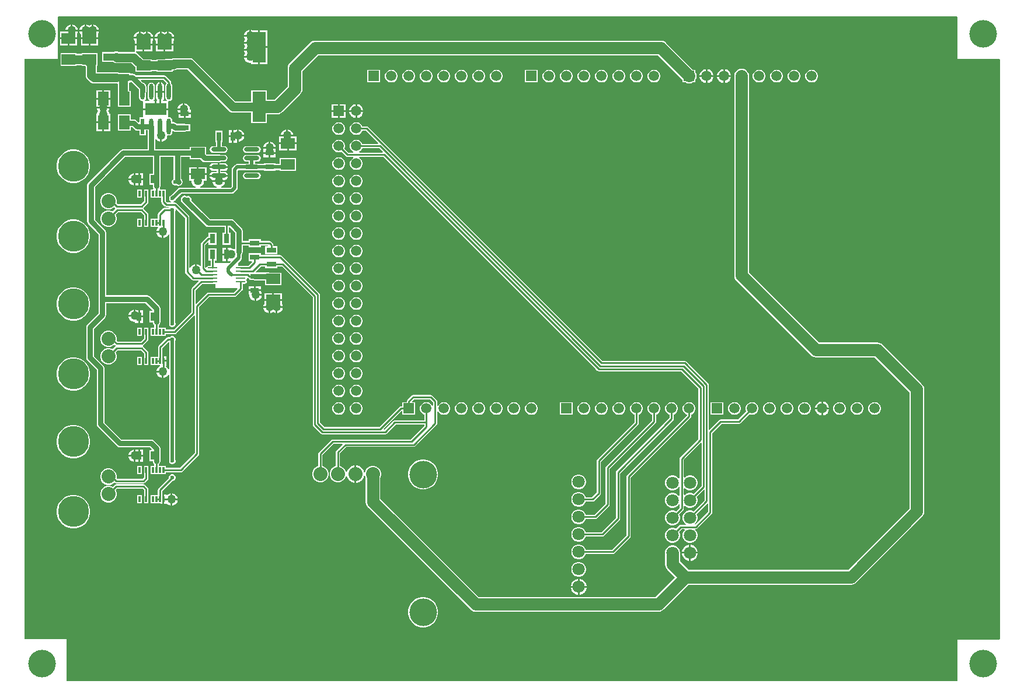
<source format=gtl>
G04*
G04 #@! TF.GenerationSoftware,Altium Limited,Altium Designer,22.11.1 (43)*
G04*
G04 Layer_Physical_Order=1*
G04 Layer_Color=255*
%FSLAX25Y25*%
%MOIN*%
G70*
G04*
G04 #@! TF.SameCoordinates,FC0E5961-FCF4-480C-89D5-594BF37CE3F7*
G04*
G04*
G04 #@! TF.FilePolarity,Positive*
G04*
G01*
G75*
%ADD14C,0.01000*%
%ADD16R,0.12197X0.07087*%
G04:AMPARAMS|DCode=17|XSize=90.48mil|YSize=24.49mil|CornerRadius=12.25mil|HoleSize=0mil|Usage=FLASHONLY|Rotation=90.000|XOffset=0mil|YOffset=0mil|HoleType=Round|Shape=RoundedRectangle|*
%AMROUNDEDRECTD17*
21,1,0.09048,0.00000,0,0,90.0*
21,1,0.06598,0.02449,0,0,90.0*
1,1,0.02449,0.00000,0.03299*
1,1,0.02449,0.00000,-0.03299*
1,1,0.02449,0.00000,-0.03299*
1,1,0.02449,0.00000,0.03299*
%
%ADD17ROUNDEDRECTD17*%
%ADD18R,0.02449X0.09048*%
%ADD20R,0.01201X0.03500*%
%ADD29R,0.07480X0.17323*%
%ADD39O,0.08661X0.02362*%
%ADD40O,0.05709X0.00984*%
%ADD41R,0.03150X0.05512*%
%ADD42R,0.05512X0.03150*%
%ADD43R,0.14567X0.04331*%
%ADD44R,0.02756X0.05118*%
%ADD45R,0.07874X0.05906*%
%ADD46R,0.05118X0.02756*%
%ADD47R,0.05906X0.07874*%
%ADD48C,0.07000*%
%ADD49C,0.03000*%
%ADD50C,0.05000*%
%ADD51C,0.02000*%
%ADD52C,0.07087*%
%ADD53C,0.08000*%
%ADD54C,0.17717*%
%ADD55C,0.05906*%
%ADD56R,0.05906X0.05906*%
%ADD57R,0.05906X0.05906*%
%ADD58C,0.02362*%
%ADD59C,0.05000*%
%ADD60C,0.15748*%
G36*
X640890Y554961D02*
X640890Y554500D01*
Y530961D01*
X664500D01*
X664890Y530961D01*
X665000Y530506D01*
Y199415D01*
X664890Y198961D01*
X640890D01*
Y175000D01*
X132000D01*
Y199000D01*
X108000D01*
Y530961D01*
X127000D01*
Y554961D01*
X127484Y555000D01*
X640406D01*
X640890Y554961D01*
D02*
G37*
%LPC*%
G36*
X146500Y550490D02*
X145649Y550261D01*
X145000Y549887D01*
X144351Y550261D01*
X143500Y550490D01*
Y547000D01*
X143000D01*
Y546500D01*
X139511D01*
X139739Y545649D01*
X140199Y544851D01*
X140280Y544770D01*
Y543000D01*
X145217D01*
X150154D01*
Y545463D01*
X150261Y545649D01*
X150489Y546500D01*
X147000D01*
Y547000D01*
X146500D01*
Y550490D01*
D02*
G37*
G36*
X147500D02*
Y547500D01*
X150489D01*
X150261Y548351D01*
X149801Y549149D01*
X149149Y549801D01*
X148351Y550261D01*
X147500Y550490D01*
D02*
G37*
G36*
X142500D02*
X141649Y550261D01*
X140851Y549801D01*
X140199Y549149D01*
X139739Y548351D01*
X139511Y547500D01*
X142500D01*
Y550490D01*
D02*
G37*
G36*
X135500D02*
Y547500D01*
X138489D01*
X138261Y548351D01*
X137801Y549149D01*
X137149Y549801D01*
X136351Y550261D01*
X135500Y550490D01*
D02*
G37*
G36*
X134500D02*
X133649Y550261D01*
X132851Y549801D01*
X132199Y549149D01*
X131738Y548351D01*
X131510Y547500D01*
X134500D01*
Y550490D01*
D02*
G37*
G36*
X189500Y546489D02*
X188649Y546262D01*
X188000Y545887D01*
X187351Y546262D01*
X186500Y546489D01*
Y543000D01*
X186000D01*
Y542500D01*
X182510D01*
X182738Y541649D01*
X183063Y541087D01*
Y539500D01*
X188000D01*
X192937D01*
Y541087D01*
X193262Y541649D01*
X193490Y542500D01*
X190000D01*
Y543000D01*
X189500D01*
Y546489D01*
D02*
G37*
G36*
X177500D02*
X176649Y546262D01*
X176000Y545887D01*
X175351Y546262D01*
X174500Y546489D01*
Y543000D01*
X174000D01*
Y542500D01*
X170510D01*
X170738Y541649D01*
X171063Y541087D01*
Y539500D01*
X176000D01*
X180937D01*
Y541087D01*
X181262Y541649D01*
X181490Y542500D01*
X178000D01*
Y543000D01*
X177500D01*
Y546489D01*
D02*
G37*
G36*
X236500Y547490D02*
X235649Y547261D01*
X234851Y546801D01*
X234199Y546149D01*
X233738Y545351D01*
X233510Y544500D01*
X236500D01*
Y547490D01*
D02*
G37*
G36*
X190500Y546489D02*
Y543500D01*
X193490D01*
X193262Y544351D01*
X192801Y545149D01*
X192149Y545801D01*
X191351Y546262D01*
X190500Y546489D01*
D02*
G37*
G36*
X185500D02*
X184649Y546262D01*
X183851Y545801D01*
X183199Y545149D01*
X182738Y544351D01*
X182510Y543500D01*
X185500D01*
Y546489D01*
D02*
G37*
G36*
X178500D02*
Y543500D01*
X181490D01*
X181262Y544351D01*
X180801Y545149D01*
X180149Y545801D01*
X179351Y546262D01*
X178500Y546489D01*
D02*
G37*
G36*
X173500D02*
X172649Y546262D01*
X171851Y545801D01*
X171199Y545149D01*
X170738Y544351D01*
X170510Y543500D01*
X173500D01*
Y546489D01*
D02*
G37*
G36*
X138489Y546500D02*
X131470D01*
X131434Y546453D01*
X128280D01*
Y543000D01*
X133217D01*
X138154D01*
Y545463D01*
X138261Y545649D01*
X138489Y546500D01*
D02*
G37*
G36*
X150154Y542000D02*
X145717D01*
Y538547D01*
X150154D01*
Y542000D01*
D02*
G37*
G36*
X144717D02*
X140280D01*
Y538547D01*
X144717D01*
Y542000D01*
D02*
G37*
G36*
X138154D02*
X133717D01*
Y538547D01*
X138154D01*
Y542000D01*
D02*
G37*
G36*
X132717D02*
X128280D01*
Y538547D01*
X132717D01*
Y542000D01*
D02*
G37*
G36*
X246740Y547287D02*
X242500D01*
Y538126D01*
X246740D01*
Y547287D01*
D02*
G37*
G36*
X192937Y538500D02*
X188500D01*
Y535047D01*
X192937D01*
Y538500D01*
D02*
G37*
G36*
X187500D02*
X183063D01*
Y535047D01*
X187500D01*
Y538500D01*
D02*
G37*
G36*
X180937D02*
X176500D01*
Y535047D01*
X180937D01*
Y538500D01*
D02*
G37*
G36*
X149854Y534153D02*
X140580D01*
Y533728D01*
X137854D01*
Y534153D01*
X128580D01*
Y526847D01*
X137854D01*
Y527272D01*
X140580D01*
Y526847D01*
X142335D01*
X142435Y526718D01*
X142926Y526340D01*
Y521586D01*
X143036Y520751D01*
X143359Y519973D01*
X143872Y519304D01*
X145363Y517812D01*
X146032Y517299D01*
X146810Y516977D01*
X147646Y516867D01*
X160500D01*
X160944Y516925D01*
X161320Y516596D01*
Y508453D01*
X161347Y508243D01*
Y503363D01*
X168653D01*
Y512637D01*
X167775D01*
Y517229D01*
X168483D01*
Y517495D01*
X168983Y517703D01*
X173248Y513438D01*
X173257Y513432D01*
Y512000D01*
X173428Y511142D01*
X173538Y510977D01*
Y508701D01*
X173687Y507950D01*
X174112Y507313D01*
X174749Y506888D01*
X175429Y506752D01*
X175500Y506738D01*
X175902Y506309D01*
Y502642D01*
X182500D01*
Y506685D01*
X181847D01*
X181696Y507185D01*
X181888Y507313D01*
X182313Y507950D01*
X182462Y508701D01*
Y515299D01*
X182313Y516050D01*
X181888Y516687D01*
X181251Y517112D01*
X180500Y517262D01*
X179749Y517112D01*
X179112Y516687D01*
X178687Y516050D01*
X178538Y515299D01*
Y508701D01*
X178687Y507950D01*
X179112Y507313D01*
X179304Y507185D01*
X179153Y506685D01*
X176847D01*
X176696Y507185D01*
X176888Y507313D01*
X177313Y507950D01*
X177462Y508701D01*
Y510977D01*
X177572Y511142D01*
X177743Y512000D01*
Y514749D01*
X177572Y515607D01*
X177329Y515972D01*
X177313Y516050D01*
X176888Y516687D01*
X176251Y517112D01*
X175836Y517195D01*
X174551Y518480D01*
X174742Y518942D01*
X187328D01*
X189048Y517222D01*
X189112Y516687D01*
X188687Y516050D01*
X188538Y515299D01*
Y508701D01*
X188687Y507950D01*
X189112Y507313D01*
X189304Y507185D01*
X189153Y506685D01*
X187384D01*
X187263Y506863D01*
X187163Y507185D01*
X187596Y507833D01*
X187768Y508701D01*
Y511500D01*
X185500D01*
X183232D01*
Y508701D01*
X183404Y507833D01*
X183837Y507185D01*
X183737Y506863D01*
X183616Y506685D01*
X183500D01*
Y502642D01*
X190098D01*
Y506309D01*
X190500Y506738D01*
X190570Y506752D01*
X191251Y506888D01*
X191888Y507313D01*
X192313Y507950D01*
X192462Y508701D01*
Y515299D01*
X192313Y516050D01*
X191888Y516687D01*
X191724Y516796D01*
Y517500D01*
X191630Y517968D01*
X191365Y518365D01*
X188700Y521031D01*
X188303Y521296D01*
X187835Y521389D01*
X171642D01*
X171350Y521681D01*
X170622Y522167D01*
X169764Y522338D01*
X168483D01*
Y522960D01*
X161944D01*
X161335Y523212D01*
X160500Y523322D01*
X149381D01*
Y526847D01*
X149854D01*
Y534153D01*
D02*
G37*
G36*
X246740Y537126D02*
X242500D01*
Y527965D01*
X246740D01*
Y537126D01*
D02*
G37*
G36*
X237500Y547490D02*
Y544000D01*
X237000D01*
Y543500D01*
X233510D01*
X233738Y542649D01*
X234113Y542000D01*
X233738Y541351D01*
X233510Y540500D01*
X237000D01*
Y539500D01*
X233510D01*
X233738Y538649D01*
X234113Y538000D01*
X233738Y537351D01*
X233510Y536500D01*
X237000D01*
Y535500D01*
X233510D01*
X233738Y534649D01*
X234113Y534000D01*
X233738Y533351D01*
X233510Y532500D01*
X237000D01*
Y531500D01*
X233510D01*
X233738Y530649D01*
X234199Y529851D01*
X234851Y529199D01*
X235649Y528738D01*
X236539Y528500D01*
X237260D01*
Y527965D01*
X241500D01*
Y537626D01*
Y547287D01*
X238254D01*
X237500Y547490D01*
D02*
G37*
G36*
X508020Y524953D02*
X508000D01*
Y521500D01*
X511453D01*
Y521520D01*
X511183Y522526D01*
X510663Y523427D01*
X509927Y524163D01*
X509026Y524683D01*
X508020Y524953D01*
D02*
G37*
G36*
X507000D02*
X506980D01*
X505974Y524683D01*
X505073Y524163D01*
X504337Y523427D01*
X503817Y522526D01*
X503547Y521520D01*
Y521500D01*
X507000D01*
Y524953D01*
D02*
G37*
G36*
X498020D02*
X498000D01*
Y521500D01*
X501453D01*
Y521520D01*
X501183Y522526D01*
X500663Y523427D01*
X499927Y524163D01*
X499026Y524683D01*
X498020Y524953D01*
D02*
G37*
G36*
X497000D02*
X496980D01*
X495974Y524683D01*
X495073Y524163D01*
X494337Y523427D01*
X493817Y522526D01*
X493547Y521520D01*
Y521500D01*
X497000D01*
Y524953D01*
D02*
G37*
G36*
X557981Y524653D02*
X557019D01*
X556090Y524404D01*
X555257Y523923D01*
X554577Y523243D01*
X554096Y522410D01*
X553847Y521481D01*
Y520519D01*
X554096Y519590D01*
X554577Y518757D01*
X555257Y518077D01*
X556090Y517596D01*
X557019Y517347D01*
X557981D01*
X558910Y517596D01*
X559743Y518077D01*
X560423Y518757D01*
X560904Y519590D01*
X561153Y520519D01*
Y521481D01*
X560904Y522410D01*
X560423Y523243D01*
X559743Y523923D01*
X558910Y524404D01*
X557981Y524653D01*
D02*
G37*
G36*
X547981D02*
X547019D01*
X546090Y524404D01*
X545257Y523923D01*
X544577Y523243D01*
X544096Y522410D01*
X543847Y521481D01*
Y520519D01*
X544096Y519590D01*
X544577Y518757D01*
X545257Y518077D01*
X546090Y517596D01*
X547019Y517347D01*
X547981D01*
X548910Y517596D01*
X549743Y518077D01*
X550423Y518757D01*
X550904Y519590D01*
X551153Y520519D01*
Y521481D01*
X550904Y522410D01*
X550423Y523243D01*
X549743Y523923D01*
X548910Y524404D01*
X547981Y524653D01*
D02*
G37*
G36*
X537981D02*
X537019D01*
X536090Y524404D01*
X535257Y523923D01*
X534577Y523243D01*
X534096Y522410D01*
X533847Y521481D01*
Y520519D01*
X534096Y519590D01*
X534577Y518757D01*
X535257Y518077D01*
X536090Y517596D01*
X537019Y517347D01*
X537981D01*
X538910Y517596D01*
X539743Y518077D01*
X540423Y518757D01*
X540904Y519590D01*
X541153Y520519D01*
Y521481D01*
X540904Y522410D01*
X540423Y523243D01*
X539743Y523923D01*
X538910Y524404D01*
X537981Y524653D01*
D02*
G37*
G36*
X527981D02*
X527019D01*
X526090Y524404D01*
X525257Y523923D01*
X524577Y523243D01*
X524096Y522410D01*
X523847Y521481D01*
Y520519D01*
X524096Y519590D01*
X524577Y518757D01*
X525257Y518077D01*
X526090Y517596D01*
X527019Y517347D01*
X527981D01*
X528910Y517596D01*
X529743Y518077D01*
X530423Y518757D01*
X530904Y519590D01*
X531153Y520519D01*
Y521481D01*
X530904Y522410D01*
X530423Y523243D01*
X529743Y523923D01*
X528910Y524404D01*
X527981Y524653D01*
D02*
G37*
G36*
X467981D02*
X467019D01*
X466090Y524404D01*
X465257Y523923D01*
X464577Y523243D01*
X464096Y522410D01*
X463847Y521481D01*
Y520519D01*
X464096Y519590D01*
X464577Y518757D01*
X465257Y518077D01*
X466090Y517596D01*
X467019Y517347D01*
X467981D01*
X468910Y517596D01*
X469743Y518077D01*
X470423Y518757D01*
X470904Y519590D01*
X471153Y520519D01*
Y521481D01*
X470904Y522410D01*
X470423Y523243D01*
X469743Y523923D01*
X468910Y524404D01*
X467981Y524653D01*
D02*
G37*
G36*
X457981D02*
X457019D01*
X456090Y524404D01*
X455257Y523923D01*
X454577Y523243D01*
X454096Y522410D01*
X453847Y521481D01*
Y520519D01*
X454096Y519590D01*
X454577Y518757D01*
X455257Y518077D01*
X456090Y517596D01*
X457019Y517347D01*
X457981D01*
X458910Y517596D01*
X459743Y518077D01*
X460423Y518757D01*
X460904Y519590D01*
X461153Y520519D01*
Y521481D01*
X460904Y522410D01*
X460423Y523243D01*
X459743Y523923D01*
X458910Y524404D01*
X457981Y524653D01*
D02*
G37*
G36*
X447981D02*
X447019D01*
X446090Y524404D01*
X445257Y523923D01*
X444577Y523243D01*
X444096Y522410D01*
X443847Y521481D01*
Y520519D01*
X444096Y519590D01*
X444577Y518757D01*
X445257Y518077D01*
X446090Y517596D01*
X447019Y517347D01*
X447981D01*
X448910Y517596D01*
X449743Y518077D01*
X450423Y518757D01*
X450904Y519590D01*
X451153Y520519D01*
Y521481D01*
X450904Y522410D01*
X450423Y523243D01*
X449743Y523923D01*
X448910Y524404D01*
X447981Y524653D01*
D02*
G37*
G36*
X437981D02*
X437019D01*
X436090Y524404D01*
X435257Y523923D01*
X434577Y523243D01*
X434096Y522410D01*
X433847Y521481D01*
Y520519D01*
X434096Y519590D01*
X434577Y518757D01*
X435257Y518077D01*
X436090Y517596D01*
X437019Y517347D01*
X437981D01*
X438910Y517596D01*
X439743Y518077D01*
X440423Y518757D01*
X440904Y519590D01*
X441153Y520519D01*
Y521481D01*
X440904Y522410D01*
X440423Y523243D01*
X439743Y523923D01*
X438910Y524404D01*
X437981Y524653D01*
D02*
G37*
G36*
X427981D02*
X427019D01*
X426090Y524404D01*
X425257Y523923D01*
X424577Y523243D01*
X424096Y522410D01*
X423847Y521481D01*
Y520519D01*
X424096Y519590D01*
X424577Y518757D01*
X425257Y518077D01*
X426090Y517596D01*
X427019Y517347D01*
X427981D01*
X428910Y517596D01*
X429743Y518077D01*
X430423Y518757D01*
X430904Y519590D01*
X431153Y520519D01*
Y521481D01*
X430904Y522410D01*
X430423Y523243D01*
X429743Y523923D01*
X428910Y524404D01*
X427981Y524653D01*
D02*
G37*
G36*
X417981D02*
X417019D01*
X416090Y524404D01*
X415257Y523923D01*
X414577Y523243D01*
X414096Y522410D01*
X413847Y521481D01*
Y520519D01*
X414096Y519590D01*
X414577Y518757D01*
X415257Y518077D01*
X416090Y517596D01*
X417019Y517347D01*
X417981D01*
X418910Y517596D01*
X419743Y518077D01*
X420423Y518757D01*
X420904Y519590D01*
X421153Y520519D01*
Y521481D01*
X420904Y522410D01*
X420423Y523243D01*
X419743Y523923D01*
X418910Y524404D01*
X417981Y524653D01*
D02*
G37*
G36*
X407981D02*
X407019D01*
X406090Y524404D01*
X405257Y523923D01*
X404577Y523243D01*
X404096Y522410D01*
X403847Y521481D01*
Y520519D01*
X404096Y519590D01*
X404577Y518757D01*
X405257Y518077D01*
X406090Y517596D01*
X407019Y517347D01*
X407981D01*
X408910Y517596D01*
X409743Y518077D01*
X410423Y518757D01*
X410904Y519590D01*
X411153Y520519D01*
Y521481D01*
X410904Y522410D01*
X410423Y523243D01*
X409743Y523923D01*
X408910Y524404D01*
X407981Y524653D01*
D02*
G37*
G36*
X401153D02*
X393847D01*
Y517347D01*
X401153D01*
Y524653D01*
D02*
G37*
G36*
X377981D02*
X377019D01*
X376090Y524404D01*
X375257Y523923D01*
X374577Y523243D01*
X374096Y522410D01*
X373847Y521481D01*
Y520519D01*
X374096Y519590D01*
X374577Y518757D01*
X375257Y518077D01*
X376090Y517596D01*
X377019Y517347D01*
X377981D01*
X378910Y517596D01*
X379743Y518077D01*
X380423Y518757D01*
X380904Y519590D01*
X381153Y520519D01*
Y521481D01*
X380904Y522410D01*
X380423Y523243D01*
X379743Y523923D01*
X378910Y524404D01*
X377981Y524653D01*
D02*
G37*
G36*
X367981D02*
X367019D01*
X366090Y524404D01*
X365257Y523923D01*
X364577Y523243D01*
X364096Y522410D01*
X363847Y521481D01*
Y520519D01*
X364096Y519590D01*
X364577Y518757D01*
X365257Y518077D01*
X366090Y517596D01*
X367019Y517347D01*
X367981D01*
X368910Y517596D01*
X369743Y518077D01*
X370423Y518757D01*
X370904Y519590D01*
X371153Y520519D01*
Y521481D01*
X370904Y522410D01*
X370423Y523243D01*
X369743Y523923D01*
X368910Y524404D01*
X367981Y524653D01*
D02*
G37*
G36*
X357981D02*
X357019D01*
X356090Y524404D01*
X355257Y523923D01*
X354577Y523243D01*
X354096Y522410D01*
X353847Y521481D01*
Y520519D01*
X354096Y519590D01*
X354577Y518757D01*
X355257Y518077D01*
X356090Y517596D01*
X357019Y517347D01*
X357981D01*
X358910Y517596D01*
X359743Y518077D01*
X360423Y518757D01*
X360904Y519590D01*
X361153Y520519D01*
Y521481D01*
X360904Y522410D01*
X360423Y523243D01*
X359743Y523923D01*
X358910Y524404D01*
X357981Y524653D01*
D02*
G37*
G36*
X347981D02*
X347019D01*
X346090Y524404D01*
X345257Y523923D01*
X344577Y523243D01*
X344096Y522410D01*
X343847Y521481D01*
Y520519D01*
X344096Y519590D01*
X344577Y518757D01*
X345257Y518077D01*
X346090Y517596D01*
X347019Y517347D01*
X347981D01*
X348910Y517596D01*
X349743Y518077D01*
X350423Y518757D01*
X350904Y519590D01*
X351153Y520519D01*
Y521481D01*
X350904Y522410D01*
X350423Y523243D01*
X349743Y523923D01*
X348910Y524404D01*
X347981Y524653D01*
D02*
G37*
G36*
X337981D02*
X337019D01*
X336090Y524404D01*
X335257Y523923D01*
X334577Y523243D01*
X334096Y522410D01*
X333847Y521481D01*
Y520519D01*
X334096Y519590D01*
X334577Y518757D01*
X335257Y518077D01*
X336090Y517596D01*
X337019Y517347D01*
X337981D01*
X338910Y517596D01*
X339743Y518077D01*
X340423Y518757D01*
X340904Y519590D01*
X341153Y520519D01*
Y521481D01*
X340904Y522410D01*
X340423Y523243D01*
X339743Y523923D01*
X338910Y524404D01*
X337981Y524653D01*
D02*
G37*
G36*
X327981D02*
X327019D01*
X326090Y524404D01*
X325257Y523923D01*
X324577Y523243D01*
X324096Y522410D01*
X323847Y521481D01*
Y520519D01*
X324096Y519590D01*
X324577Y518757D01*
X325257Y518077D01*
X326090Y517596D01*
X327019Y517347D01*
X327981D01*
X328910Y517596D01*
X329743Y518077D01*
X330423Y518757D01*
X330904Y519590D01*
X331153Y520519D01*
Y521481D01*
X330904Y522410D01*
X330423Y523243D01*
X329743Y523923D01*
X328910Y524404D01*
X327981Y524653D01*
D02*
G37*
G36*
X317981D02*
X317019D01*
X316090Y524404D01*
X315257Y523923D01*
X314577Y523243D01*
X314096Y522410D01*
X313847Y521481D01*
Y520519D01*
X314096Y519590D01*
X314577Y518757D01*
X315257Y518077D01*
X316090Y517596D01*
X317019Y517347D01*
X317981D01*
X318910Y517596D01*
X319743Y518077D01*
X320423Y518757D01*
X320904Y519590D01*
X321153Y520519D01*
Y521481D01*
X320904Y522410D01*
X320423Y523243D01*
X319743Y523923D01*
X318910Y524404D01*
X317981Y524653D01*
D02*
G37*
G36*
X311153D02*
X303847D01*
Y517347D01*
X311153D01*
Y524653D01*
D02*
G37*
G36*
X511453Y520500D02*
X508000D01*
Y517047D01*
X508020D01*
X509026Y517317D01*
X509927Y517837D01*
X510663Y518573D01*
X511183Y519474D01*
X511453Y520480D01*
Y520500D01*
D02*
G37*
G36*
X507000D02*
X503547D01*
Y520480D01*
X503817Y519474D01*
X504337Y518573D01*
X505073Y517837D01*
X505974Y517317D01*
X506980Y517047D01*
X507000D01*
Y520500D01*
D02*
G37*
G36*
X501453D02*
X498000D01*
Y517047D01*
X498020D01*
X499026Y517317D01*
X499927Y517837D01*
X500663Y518573D01*
X501183Y519474D01*
X501453Y520480D01*
Y520500D01*
D02*
G37*
G36*
X497000D02*
X493547D01*
Y520480D01*
X493817Y519474D01*
X494337Y518573D01*
X495073Y517837D01*
X495974Y517317D01*
X496980Y517047D01*
X497000D01*
Y520500D01*
D02*
G37*
G36*
X186000Y517468D02*
Y512500D01*
X187768D01*
Y515299D01*
X187596Y516167D01*
X187104Y516903D01*
X186368Y517395D01*
X186000Y517468D01*
D02*
G37*
G36*
X185000D02*
X184632Y517395D01*
X183896Y516903D01*
X183404Y516167D01*
X183232Y515299D01*
Y512500D01*
X185000D01*
Y517468D01*
D02*
G37*
G36*
X156953Y512937D02*
X153500D01*
Y508500D01*
X156953D01*
Y512937D01*
D02*
G37*
G36*
X152500D02*
X149047D01*
Y508500D01*
X152500D01*
Y512937D01*
D02*
G37*
G36*
X471500Y541236D02*
X274000D01*
X272904Y541092D01*
X271882Y540669D01*
X271005Y539995D01*
X259505Y528496D01*
X258831Y527618D01*
X258408Y526596D01*
X258264Y525500D01*
Y515255D01*
X250619Y507610D01*
X246440D01*
Y512735D01*
X237560D01*
Y506602D01*
X228463D01*
X204782Y530282D01*
X204114Y530795D01*
X203335Y531118D01*
X202500Y531228D01*
X193500D01*
X192665Y531118D01*
X191886Y530795D01*
X191737Y530680D01*
X188453D01*
X188243Y530653D01*
X183363D01*
Y530228D01*
X180637D01*
Y530653D01*
X175927D01*
X172727Y533853D01*
X172059Y534366D01*
X171621Y534547D01*
X171721Y535047D01*
X175500D01*
Y538500D01*
X171063D01*
Y535221D01*
X170679Y534768D01*
X170445Y534798D01*
X161878D01*
X161335Y535023D01*
X160500Y535133D01*
X159665Y535023D01*
X159056Y534771D01*
X152517D01*
Y529040D01*
X158876D01*
X159221Y528776D01*
X159999Y528453D01*
X160835Y528343D01*
X169108D01*
X171363Y526088D01*
Y523347D01*
X180637D01*
Y523772D01*
X183363D01*
Y523347D01*
X192637D01*
Y524225D01*
X192953D01*
X193788Y524335D01*
X194567Y524658D01*
X194716Y524772D01*
X201163D01*
X224844Y501092D01*
X225512Y500579D01*
X226291Y500256D01*
X227126Y500146D01*
X237560D01*
Y494013D01*
X246440D01*
Y499138D01*
X252374D01*
X253470Y499282D01*
X254492Y499705D01*
X255369Y500379D01*
X265495Y510504D01*
X266169Y511382D01*
X266592Y512404D01*
X266736Y513500D01*
Y523745D01*
X275755Y532764D01*
X469745D01*
X483847Y518662D01*
Y517347D01*
X485361D01*
X485382Y517331D01*
X486404Y516908D01*
X487500Y516764D01*
X488596Y516908D01*
X489618Y517331D01*
X489639Y517347D01*
X491153D01*
Y518861D01*
X491169Y518882D01*
X491592Y519904D01*
X491736Y521000D01*
X491592Y522096D01*
X491169Y523118D01*
X491153Y523139D01*
Y524653D01*
X489838D01*
X474496Y539995D01*
X473618Y540669D01*
X472596Y541092D01*
X471500Y541236D01*
D02*
G37*
G36*
X156953Y507500D02*
X149047D01*
Y503500D01*
X156953D01*
Y507500D01*
D02*
G37*
G36*
X198500Y505489D02*
X197649Y505262D01*
X196851Y504801D01*
X196199Y504149D01*
X195738Y503351D01*
X195510Y502500D01*
X198500D01*
Y505489D01*
D02*
G37*
G36*
X298020Y504953D02*
X298000D01*
Y501500D01*
X301453D01*
Y501520D01*
X301183Y502526D01*
X300663Y503427D01*
X299927Y504163D01*
X299026Y504683D01*
X298020Y504953D01*
D02*
G37*
G36*
X291453D02*
X288000D01*
Y501500D01*
X291453D01*
Y504953D01*
D02*
G37*
G36*
X297000D02*
X296980D01*
X295974Y504683D01*
X295073Y504163D01*
X294337Y503427D01*
X293817Y502526D01*
X293547Y501520D01*
Y501500D01*
X297000D01*
Y504953D01*
D02*
G37*
G36*
X287000D02*
X283547D01*
Y501500D01*
X287000D01*
Y504953D01*
D02*
G37*
G36*
X199500Y505489D02*
Y502000D01*
X199000D01*
Y501500D01*
X195510D01*
X195738Y500649D01*
X195941Y500298D01*
Y500000D01*
X199500D01*
X203059D01*
Y501878D01*
X202500D01*
Y502461D01*
X202261Y503351D01*
X201801Y504149D01*
X201149Y504801D01*
X200351Y505262D01*
X199500Y505489D01*
D02*
G37*
G36*
X203059Y499000D02*
X200000D01*
Y497122D01*
X203059D01*
Y499000D01*
D02*
G37*
G36*
X199000D02*
X195941D01*
Y497122D01*
X199000D01*
Y499000D01*
D02*
G37*
G36*
X301453Y500500D02*
X298000D01*
Y497047D01*
X298020D01*
X299026Y497317D01*
X299927Y497837D01*
X300663Y498573D01*
X301183Y499474D01*
X301453Y500480D01*
Y500500D01*
D02*
G37*
G36*
X297000D02*
X293547D01*
Y500480D01*
X293817Y499474D01*
X294337Y498573D01*
X295073Y497837D01*
X295974Y497317D01*
X296980Y497047D01*
X297000D01*
Y500500D01*
D02*
G37*
G36*
X291453D02*
X288000D01*
Y497047D01*
X291453D01*
Y500500D01*
D02*
G37*
G36*
X287000D02*
X283547D01*
Y497047D01*
X287000D01*
Y500500D01*
D02*
G37*
G36*
X156490Y502500D02*
X149511D01*
X149739Y501649D01*
X150113Y501000D01*
X149739Y500351D01*
X149500Y499461D01*
Y499437D01*
X149047D01*
Y495000D01*
X156953D01*
Y499437D01*
X156500D01*
Y499461D01*
X156262Y500351D01*
X155887Y501000D01*
X156262Y501649D01*
X156490Y502500D01*
D02*
G37*
G36*
X190098Y501642D02*
X183000D01*
X175902D01*
Y497598D01*
X175439Y497507D01*
X173575D01*
Y494804D01*
X173075Y494597D01*
X172086Y495586D01*
X171358Y496072D01*
X170500Y496243D01*
X168653D01*
Y499137D01*
X161347D01*
Y489863D01*
X168653D01*
Y491757D01*
X169571D01*
X170914Y490414D01*
X171642Y489928D01*
X172500Y489757D01*
X173575D01*
Y487059D01*
X177425D01*
Y490040D01*
X178257D01*
Y479243D01*
X164500D01*
X163642Y479072D01*
X162914Y478586D01*
X144414Y460086D01*
X143928Y459358D01*
X143757Y458500D01*
Y438000D01*
X143928Y437142D01*
X144414Y436414D01*
X150257Y430571D01*
Y393500D01*
Y385429D01*
X143914Y379086D01*
X143428Y378358D01*
X143257Y377500D01*
Y360000D01*
X143428Y359142D01*
X143914Y358414D01*
X149257Y353071D01*
Y322000D01*
X149428Y321142D01*
X149914Y320414D01*
X160914Y309414D01*
X161642Y308928D01*
X162500Y308757D01*
X179571D01*
X180607Y307721D01*
X180415Y307259D01*
X179422D01*
Y300741D01*
X181252D01*
X181380Y300094D01*
X181867Y299367D01*
X182229Y299124D01*
Y298239D01*
X180184D01*
Y293339D01*
X188690D01*
Y294566D01*
X197289D01*
X197758Y294659D01*
X198154Y294924D01*
X207365Y304135D01*
X207630Y304532D01*
X207723Y305000D01*
Y388993D01*
X213507Y394777D01*
X228000D01*
X228468Y394870D01*
X228865Y395135D01*
X232310Y398580D01*
X232575Y398977D01*
X232668Y399445D01*
Y402284D01*
X233807D01*
X234272Y402377D01*
X234667Y402640D01*
X234930Y403035D01*
X235023Y403500D01*
X234930Y403965D01*
X234829Y404116D01*
X234708Y404484D01*
X234829Y404852D01*
X234930Y405003D01*
X235023Y405469D01*
X235005Y405558D01*
X235466Y405804D01*
X235635Y405635D01*
X236032Y405370D01*
X236241Y405328D01*
Y404422D01*
X238670D01*
X239500Y404257D01*
X245363D01*
Y401347D01*
X254637D01*
Y408653D01*
X247970D01*
X247516Y408743D01*
X240180D01*
X239973Y409243D01*
X243007Y412277D01*
X245544D01*
Y411225D01*
X252456D01*
Y412277D01*
X254993D01*
X272576Y394693D01*
Y321796D01*
X272670Y321328D01*
X272935Y320931D01*
X277231Y316635D01*
X277628Y316370D01*
X278096Y316277D01*
X314000D01*
X314468Y316370D01*
X314865Y316635D01*
X320007Y321777D01*
X336277D01*
Y321007D01*
X328493Y313224D01*
X284000D01*
X283532Y313130D01*
X283135Y312865D01*
X276135Y305865D01*
X275870Y305468D01*
X275777Y305000D01*
Y298038D01*
X275186Y297880D01*
X274114Y297261D01*
X273239Y296386D01*
X272620Y295314D01*
X272300Y294119D01*
Y292881D01*
X272620Y291686D01*
X273239Y290614D01*
X274114Y289739D01*
X275186Y289120D01*
X276381Y288800D01*
X277619D01*
X278814Y289120D01*
X279886Y289739D01*
X280761Y290614D01*
X281380Y291686D01*
X281700Y292881D01*
Y294119D01*
X281380Y295314D01*
X280761Y296386D01*
X279886Y297261D01*
X278814Y297880D01*
X278223Y298038D01*
Y304493D01*
X284507Y310776D01*
X289393D01*
X289584Y310315D01*
X286135Y306865D01*
X285870Y306468D01*
X285776Y306000D01*
Y298038D01*
X285186Y297880D01*
X284114Y297261D01*
X283239Y296386D01*
X282620Y295314D01*
X282300Y294119D01*
Y292881D01*
X282620Y291686D01*
X283239Y290614D01*
X284114Y289739D01*
X285186Y289120D01*
X286381Y288800D01*
X287619D01*
X288814Y289120D01*
X289886Y289739D01*
X290761Y290614D01*
X291380Y291686D01*
X291586Y292455D01*
X292104D01*
X292341Y291570D01*
X292999Y290430D01*
X293930Y289499D01*
X295070Y288841D01*
X296342Y288500D01*
X296500D01*
Y293500D01*
Y298500D01*
X296342D01*
X295070Y298159D01*
X293930Y297501D01*
X292999Y296570D01*
X292341Y295430D01*
X292104Y294545D01*
X291586D01*
X291380Y295314D01*
X290761Y296386D01*
X289886Y297261D01*
X288814Y297880D01*
X288224Y298038D01*
Y305493D01*
X291807Y309076D01*
X330300D01*
X330768Y309170D01*
X331165Y309435D01*
X343365Y321635D01*
X343630Y322032D01*
X343724Y322500D01*
Y329236D01*
X344223Y329369D01*
X344577Y328757D01*
X345257Y328077D01*
X346090Y327596D01*
X347019Y327347D01*
X347981D01*
X348910Y327596D01*
X349743Y328077D01*
X350423Y328757D01*
X350904Y329590D01*
X351153Y330519D01*
Y331481D01*
X350904Y332410D01*
X350423Y333243D01*
X349743Y333923D01*
X348910Y334404D01*
X347981Y334653D01*
X347019D01*
X346090Y334404D01*
X345257Y333923D01*
X344577Y333243D01*
X344223Y332630D01*
X343724Y332764D01*
Y335000D01*
X343630Y335468D01*
X343365Y335865D01*
X340865Y338365D01*
X340468Y338630D01*
X340000Y338723D01*
X330000D01*
X329532Y338630D01*
X329135Y338365D01*
X326635Y335865D01*
X326370Y335468D01*
X326276Y335000D01*
Y334653D01*
X323847D01*
Y332224D01*
X323000D01*
X322532Y332130D01*
X322135Y331865D01*
X310693Y320424D01*
X279307D01*
X276724Y323007D01*
Y396000D01*
X276630Y396468D01*
X276365Y396865D01*
X254865Y418365D01*
X254468Y418630D01*
X254000Y418723D01*
X242956D01*
Y419775D01*
X236044D01*
Y415225D01*
X237788D01*
X237995Y414725D01*
X235867Y412598D01*
X231445D01*
X231404Y412590D01*
X230221D01*
Y413779D01*
X230000Y414000D01*
X229986Y414035D01*
X231726Y415774D01*
X232101Y416337D01*
X232233Y417000D01*
Y419134D01*
X232572Y419642D01*
X232743Y420500D01*
Y424276D01*
X236044D01*
Y423225D01*
X242956D01*
Y424276D01*
X246954D01*
X246955Y424275D01*
X246688Y423775D01*
X245544D01*
Y419225D01*
X252456D01*
Y423775D01*
X250223D01*
Y424500D01*
X250130Y424968D01*
X249865Y425365D01*
X248865Y426365D01*
X248468Y426630D01*
X248000Y426723D01*
X242956D01*
Y427775D01*
X236044D01*
Y426723D01*
X232743D01*
Y432500D01*
X232572Y433358D01*
X232086Y434086D01*
X227586Y438586D01*
X226858Y439072D01*
X226000Y439243D01*
X213929D01*
X203283Y449889D01*
X203381Y450126D01*
Y450874D01*
X203095Y451566D01*
X202566Y452095D01*
X201874Y452381D01*
X201126D01*
X200829Y452258D01*
X200358Y452572D01*
X199500Y452743D01*
X198642Y452572D01*
X197914Y452086D01*
X197428Y451358D01*
X197257Y450500D01*
X197428Y449642D01*
X197914Y448914D01*
X211414Y435414D01*
X212142Y434928D01*
X213000Y434757D01*
X222276D01*
Y431456D01*
X221225D01*
Y424544D01*
X225775D01*
Y431456D01*
X224724D01*
Y434397D01*
X225223Y434604D01*
X228257Y431571D01*
Y425500D01*
Y422316D01*
X227757Y422027D01*
X227351Y422261D01*
X226461Y422500D01*
X226075D01*
Y422756D01*
X224000D01*
Y419000D01*
Y415244D01*
X225586D01*
X225793Y414744D01*
X225049Y414000D01*
X217000D01*
X216723Y414386D01*
Y415544D01*
X217775D01*
Y422456D01*
X213225D01*
Y415544D01*
X214277D01*
Y412590D01*
X213138D01*
X212673Y412497D01*
X212278Y412233D01*
X212015Y411839D01*
X211983Y411679D01*
X211562Y411464D01*
X211483Y411449D01*
X211224Y411707D01*
Y424493D01*
X212763Y426033D01*
X213225Y425842D01*
Y424544D01*
X217775D01*
Y431456D01*
X213225D01*
Y429223D01*
X213000D01*
X212532Y429130D01*
X212135Y428865D01*
X209135Y425865D01*
X208870Y425468D01*
X208776Y425000D01*
Y412827D01*
X208315Y412635D01*
X208149Y412801D01*
X207351Y413262D01*
X206500Y413489D01*
Y410000D01*
X205500D01*
Y413489D01*
X204649Y413262D01*
X203851Y412801D01*
X203199Y412149D01*
X202738Y411351D01*
X202724Y411295D01*
X202223Y411361D01*
Y440500D01*
X202130Y440968D01*
X201865Y441365D01*
X194865Y448365D01*
X194468Y448630D01*
X194000Y448724D01*
X193226D01*
X193127Y449224D01*
X193566Y449405D01*
X194095Y449934D01*
X194243Y450291D01*
X197718Y453767D01*
X226500D01*
X227163Y453899D01*
X227726Y454274D01*
X229226Y455774D01*
X229601Y456337D01*
X229733Y457000D01*
Y466782D01*
X230218Y467267D01*
X233907D01*
X233965Y467228D01*
X234699Y467082D01*
X240998D01*
X241732Y467228D01*
X241790Y467267D01*
X244741D01*
Y466922D01*
X251259D01*
Y467267D01*
X253863D01*
Y466847D01*
X263137D01*
Y474153D01*
X253863D01*
Y470733D01*
X251259D01*
Y471078D01*
X244741D01*
Y470733D01*
X241790D01*
X241732Y470772D01*
X240998Y470918D01*
X239582D01*
Y472082D01*
X240998D01*
X241732Y472228D01*
X242355Y472644D01*
X242770Y473266D01*
X242916Y474000D01*
X242770Y474734D01*
X242355Y475356D01*
X241732Y475772D01*
X240998Y475918D01*
X234699D01*
X233965Y475772D01*
X233343Y475356D01*
X232927Y474734D01*
X232781Y474000D01*
X232927Y473266D01*
X233343Y472644D01*
X233965Y472228D01*
X234699Y472082D01*
X236116D01*
Y470918D01*
X234699D01*
X233965Y470772D01*
X233907Y470733D01*
X229500D01*
X228837Y470601D01*
X228274Y470226D01*
X226774Y468726D01*
X226399Y468163D01*
X226267Y467500D01*
Y457718D01*
X225782Y457233D01*
X220397D01*
X220332Y457733D01*
X220351Y457738D01*
X221149Y458199D01*
X221801Y458851D01*
X222262Y459649D01*
X222490Y460500D01*
X215511D01*
X215739Y459649D01*
X216199Y458851D01*
X216851Y458199D01*
X217649Y457738D01*
X217669Y457733D01*
X217603Y457233D01*
X208397D01*
X208331Y457733D01*
X208351Y457738D01*
X209149Y458199D01*
X209801Y458851D01*
X210262Y459649D01*
X210500Y460539D01*
Y461047D01*
X211937D01*
Y464500D01*
X207000D01*
X202063D01*
Y461047D01*
X203500D01*
Y460539D01*
X203738Y459649D01*
X204199Y458851D01*
X204851Y458199D01*
X205649Y457738D01*
X205668Y457733D01*
X205603Y457233D01*
X197000D01*
X196337Y457101D01*
X195774Y456726D01*
X191791Y452742D01*
X191434Y452595D01*
X190905Y452066D01*
X190619Y451374D01*
Y450626D01*
X190905Y449934D01*
X191434Y449405D01*
X191873Y449224D01*
X191774Y448724D01*
X189507D01*
X188613Y449617D01*
Y451339D01*
X188690D01*
Y456239D01*
X185571D01*
X185304Y456739D01*
X185572Y457142D01*
X185743Y458000D01*
Y474757D01*
X193007D01*
Y462125D01*
X192934Y462095D01*
X192405Y461566D01*
X192119Y460874D01*
Y460126D01*
X192405Y459434D01*
X192934Y458905D01*
X193626Y458619D01*
X194374D01*
X194671Y458742D01*
X195142Y458428D01*
X196000Y458257D01*
X196858Y458428D01*
X197586Y458914D01*
X198072Y459642D01*
X198243Y460500D01*
X198072Y461358D01*
X197586Y462086D01*
X197493Y462179D01*
Y474757D01*
X202363D01*
Y473347D01*
X208465D01*
X209398Y472414D01*
X210126Y471928D01*
X210984Y471757D01*
X218951D01*
X219810Y471928D01*
X220041Y472082D01*
X222101D01*
X222835Y472228D01*
X223457Y472644D01*
X223873Y473266D01*
X224019Y474000D01*
X223873Y474734D01*
X223457Y475356D01*
X222835Y475772D01*
X222101Y475918D01*
X220041D01*
X219810Y476072D01*
X218951Y476243D01*
X211913D01*
X211637Y476519D01*
Y480653D01*
X202363D01*
Y479243D01*
X182743D01*
Y484729D01*
X182858Y484759D01*
X183243Y484807D01*
X183851Y484199D01*
X184649Y483739D01*
X185500Y483510D01*
Y487000D01*
X186500D01*
Y483510D01*
X187351Y483739D01*
X188149Y484199D01*
X188801Y484851D01*
X189261Y485649D01*
X189500Y486539D01*
Y486782D01*
X190000Y487121D01*
X190500Y487022D01*
X191251Y487171D01*
X191888Y487596D01*
X192313Y488233D01*
X192462Y488984D01*
Y489351D01*
X192903Y489587D01*
X193142Y489428D01*
X194000Y489257D01*
X199500D01*
X200330Y489422D01*
X202759D01*
Y493578D01*
X200330D01*
X199500Y493743D01*
X194929D01*
X194586Y494086D01*
X193858Y494572D01*
X193000Y494743D01*
X192462D01*
Y495582D01*
X192313Y496333D01*
X191888Y496970D01*
X191251Y497395D01*
X190500Y497545D01*
X190098Y497975D01*
Y501642D01*
D02*
G37*
G36*
X156953Y494000D02*
X153500D01*
Y489563D01*
X156953D01*
Y494000D01*
D02*
G37*
G36*
X152500D02*
X149047D01*
Y489563D01*
X152500D01*
Y494000D01*
D02*
G37*
G36*
X258500Y490489D02*
Y487500D01*
X261490D01*
X261262Y488351D01*
X260801Y489149D01*
X260149Y489801D01*
X259351Y490262D01*
X258500Y490489D01*
D02*
G37*
G36*
X257500D02*
X256649Y490262D01*
X255851Y489801D01*
X255199Y489149D01*
X254738Y488351D01*
X254510Y487500D01*
X257500D01*
Y490489D01*
D02*
G37*
G36*
X230500D02*
Y487500D01*
X233489D01*
X233261Y488351D01*
X232801Y489149D01*
X232149Y489801D01*
X231351Y490262D01*
X230500Y490489D01*
D02*
G37*
G36*
X287981Y494653D02*
X287019D01*
X286090Y494404D01*
X285257Y493923D01*
X284577Y493243D01*
X284096Y492410D01*
X283847Y491481D01*
Y490519D01*
X284096Y489590D01*
X284577Y488757D01*
X285257Y488077D01*
X286090Y487596D01*
X287019Y487347D01*
X287981D01*
X288910Y487596D01*
X289743Y488077D01*
X290423Y488757D01*
X290904Y489590D01*
X291153Y490519D01*
Y491481D01*
X290904Y492410D01*
X290423Y493243D01*
X289743Y493923D01*
X288910Y494404D01*
X287981Y494653D01*
D02*
G37*
G36*
X226500Y490059D02*
X224622D01*
Y487000D01*
X226500D01*
Y490059D01*
D02*
G37*
G36*
X233489Y486500D02*
X230500D01*
Y483510D01*
X231351Y483739D01*
X232149Y484199D01*
X232801Y484851D01*
X233261Y485649D01*
X233489Y486500D01*
D02*
G37*
G36*
X261530D02*
X254470D01*
X254434Y486453D01*
X253563D01*
Y483000D01*
X258500D01*
X263437D01*
Y486453D01*
X261566D01*
X261530Y486500D01*
D02*
G37*
G36*
X229500Y490489D02*
X228649Y490262D01*
X228298Y490059D01*
X227500D01*
Y486500D01*
Y482941D01*
X229378D01*
Y483376D01*
X229500Y483470D01*
Y487000D01*
Y490489D01*
D02*
G37*
G36*
X226500Y486000D02*
X224622D01*
Y482941D01*
X226500D01*
Y486000D01*
D02*
G37*
G36*
X297981Y494653D02*
X297019D01*
X296090Y494404D01*
X295257Y493923D01*
X294577Y493243D01*
X294096Y492410D01*
X293847Y491481D01*
Y490519D01*
X294096Y489590D01*
X294577Y488757D01*
X295257Y488077D01*
X296090Y487596D01*
X297019Y487347D01*
X297981D01*
X298910Y487596D01*
X299743Y488077D01*
X300423Y488757D01*
X300904Y489590D01*
X300954Y489777D01*
X302993D01*
X310084Y482686D01*
X309893Y482224D01*
X300954D01*
X300904Y482410D01*
X300423Y483243D01*
X299743Y483923D01*
X298910Y484404D01*
X297981Y484653D01*
X297019D01*
X296090Y484404D01*
X295257Y483923D01*
X294577Y483243D01*
X294096Y482410D01*
X293847Y481481D01*
Y480519D01*
X294096Y479590D01*
X294577Y478757D01*
X295257Y478077D01*
X295869Y477724D01*
X295736Y477223D01*
X293007D01*
X290807Y479423D01*
X290904Y479590D01*
X291153Y480519D01*
Y481481D01*
X290904Y482410D01*
X290423Y483243D01*
X289743Y483923D01*
X288910Y484404D01*
X287981Y484653D01*
X287019D01*
X286090Y484404D01*
X285257Y483923D01*
X284577Y483243D01*
X284096Y482410D01*
X283847Y481481D01*
Y480519D01*
X284096Y479590D01*
X284577Y478757D01*
X285257Y478077D01*
X286090Y477596D01*
X287019Y477347D01*
X287981D01*
X288910Y477596D01*
X289077Y477693D01*
X291635Y475135D01*
X292032Y474870D01*
X292500Y474777D01*
X295736D01*
X295869Y474276D01*
X295257Y473923D01*
X294577Y473243D01*
X294096Y472410D01*
X293847Y471481D01*
Y470519D01*
X294096Y469590D01*
X294577Y468757D01*
X295257Y468077D01*
X296090Y467596D01*
X297019Y467347D01*
X297981D01*
X298910Y467596D01*
X299743Y468077D01*
X300423Y468757D01*
X300904Y469590D01*
X301153Y470519D01*
Y471481D01*
X300904Y472410D01*
X300423Y473243D01*
X299743Y473923D01*
X299131Y474276D01*
X299264Y474777D01*
X312993D01*
X435170Y352599D01*
X435567Y352334D01*
X436035Y352241D01*
X483029D01*
X492876Y342393D01*
Y313607D01*
X482392Y303122D01*
X482126Y302725D01*
X482033Y302257D01*
Y291001D01*
X481533Y290867D01*
X481395Y291106D01*
X480606Y291896D01*
X479638Y292454D01*
X478559Y292743D01*
X477441D01*
X476362Y292454D01*
X475394Y291896D01*
X474605Y291106D01*
X474046Y290138D01*
X473757Y289059D01*
Y287941D01*
X474046Y286862D01*
X474605Y285894D01*
X475394Y285104D01*
X476362Y284546D01*
X477441Y284257D01*
X478559D01*
X479638Y284546D01*
X480606Y285104D01*
X481395Y285894D01*
X481533Y286133D01*
X482033Y285999D01*
Y281001D01*
X481533Y280867D01*
X481395Y281105D01*
X480606Y281895D01*
X479638Y282454D01*
X478559Y282743D01*
X477441D01*
X476362Y282454D01*
X475394Y281895D01*
X474605Y281105D01*
X474046Y280138D01*
X473757Y279059D01*
Y277941D01*
X474046Y276862D01*
X474605Y275894D01*
X475394Y275104D01*
X476362Y274546D01*
X477441Y274257D01*
X478559D01*
X479638Y274546D01*
X480606Y275104D01*
X481395Y275894D01*
X481533Y276133D01*
X482033Y275999D01*
Y274264D01*
X480009Y272240D01*
X479638Y272454D01*
X478559Y272743D01*
X477441D01*
X476362Y272454D01*
X475394Y271896D01*
X474605Y271106D01*
X474046Y270138D01*
X473757Y269059D01*
Y267941D01*
X474046Y266862D01*
X474605Y265895D01*
X475394Y265105D01*
X476362Y264546D01*
X477441Y264257D01*
X478559D01*
X479638Y264546D01*
X480606Y265105D01*
X481395Y265895D01*
X481954Y266862D01*
X482243Y267941D01*
Y269059D01*
X481954Y270138D01*
X481740Y270509D01*
X484122Y272891D01*
X484387Y273288D01*
X484480Y273757D01*
Y275312D01*
X484980Y275519D01*
X485394Y275104D01*
X486362Y274546D01*
X487441Y274257D01*
X488559D01*
X489638Y274546D01*
X490605Y275104D01*
X491396Y275894D01*
X491954Y276862D01*
X492243Y277941D01*
Y279059D01*
X491954Y280138D01*
X491740Y280509D01*
X495815Y284584D01*
X496277Y284393D01*
Y278507D01*
X490009Y272240D01*
X489638Y272454D01*
X488559Y272743D01*
X487441D01*
X486362Y272454D01*
X485394Y271896D01*
X484605Y271106D01*
X484046Y270138D01*
X483757Y269059D01*
Y267941D01*
X484046Y266862D01*
X484605Y265895D01*
X485394Y265105D01*
X485633Y264967D01*
X485499Y264467D01*
X482743D01*
X482275Y264374D01*
X481878Y264108D01*
X480009Y262240D01*
X479638Y262454D01*
X478559Y262743D01*
X477441D01*
X476362Y262454D01*
X475394Y261895D01*
X474605Y261105D01*
X474046Y260138D01*
X473757Y259059D01*
Y257941D01*
X474046Y256862D01*
X474605Y255894D01*
X475394Y255104D01*
X476362Y254546D01*
X477441Y254257D01*
X478559D01*
X479638Y254546D01*
X480606Y255104D01*
X481395Y255894D01*
X481954Y256862D01*
X482243Y257941D01*
Y259059D01*
X481954Y260138D01*
X481740Y260509D01*
X483250Y262020D01*
X484812D01*
X485019Y261520D01*
X484605Y261105D01*
X484046Y260138D01*
X483757Y259059D01*
Y257941D01*
X484046Y256862D01*
X484605Y255894D01*
X485394Y255104D01*
X486362Y254546D01*
X487441Y254257D01*
X488559D01*
X489638Y254546D01*
X490605Y255104D01*
X491396Y255894D01*
X491954Y256862D01*
X492243Y257941D01*
Y259059D01*
X491954Y260138D01*
X491396Y261105D01*
X490981Y261520D01*
X491188Y262020D01*
X491243D01*
X491712Y262113D01*
X492108Y262378D01*
X500365Y270635D01*
X500630Y271032D01*
X500724Y271500D01*
Y316993D01*
X506007Y322276D01*
X515984D01*
X516453Y322370D01*
X516849Y322635D01*
X521907Y327693D01*
X522074Y327596D01*
X523003Y327347D01*
X523965D01*
X524894Y327596D01*
X525727Y328077D01*
X526407Y328757D01*
X526888Y329590D01*
X527137Y330519D01*
Y331481D01*
X526888Y332410D01*
X526407Y333243D01*
X525727Y333923D01*
X524894Y334404D01*
X523965Y334653D01*
X523003D01*
X522074Y334404D01*
X521241Y333923D01*
X520561Y333243D01*
X520080Y332410D01*
X519832Y331481D01*
Y330519D01*
X520080Y329590D01*
X520177Y329423D01*
X515478Y324724D01*
X505500D01*
X505032Y324630D01*
X504635Y324365D01*
X499186Y318916D01*
X498724Y319107D01*
Y344500D01*
X498630Y344968D01*
X498365Y345365D01*
X485865Y357865D01*
X485468Y358130D01*
X485000Y358224D01*
X438007D01*
X304365Y491865D01*
X303968Y492130D01*
X303500Y492224D01*
X300954D01*
X300904Y492410D01*
X300423Y493243D01*
X299743Y493923D01*
X298910Y494404D01*
X297981Y494653D01*
D02*
G37*
G36*
X248500Y483490D02*
Y480500D01*
X251489D01*
X251261Y481351D01*
X250801Y482149D01*
X250149Y482801D01*
X249351Y483261D01*
X248500Y483490D01*
D02*
G37*
G36*
X247500D02*
X246649Y483261D01*
X245851Y482801D01*
X245199Y482149D01*
X244739Y481351D01*
X244511Y480500D01*
X247500D01*
Y483490D01*
D02*
G37*
G36*
X263437Y482000D02*
X259000D01*
Y478547D01*
X263437D01*
Y482000D01*
D02*
G37*
G36*
X258000D02*
X253563D01*
Y478547D01*
X258000D01*
Y482000D01*
D02*
G37*
G36*
X251489Y479500D02*
X244511D01*
X244517Y479477D01*
X244441Y479378D01*
X244441D01*
Y477500D01*
X248000D01*
X251559D01*
Y479378D01*
X251559D01*
X251483Y479477D01*
X251489Y479500D01*
D02*
G37*
G36*
X240998Y480918D02*
X234699D01*
X233965Y480772D01*
X233343Y480356D01*
X232927Y479734D01*
X232781Y479000D01*
X232927Y478266D01*
X233343Y477644D01*
X233965Y477228D01*
X234699Y477082D01*
X240998D01*
X241732Y477228D01*
X242355Y477644D01*
X242770Y478266D01*
X242916Y479000D01*
X242770Y479734D01*
X242355Y480356D01*
X241732Y480772D01*
X240998Y480918D01*
D02*
G37*
G36*
X221078Y489759D02*
X216922D01*
Y483241D01*
X217267D01*
Y480918D01*
X215802D01*
X215068Y480772D01*
X214445Y480356D01*
X214030Y479734D01*
X213884Y479000D01*
X214030Y478266D01*
X214445Y477644D01*
X215068Y477228D01*
X215802Y477082D01*
X222101D01*
X222835Y477228D01*
X223457Y477644D01*
X223873Y478266D01*
X224019Y479000D01*
X223873Y479734D01*
X223457Y480356D01*
X222835Y480772D01*
X222101Y480918D01*
X220733D01*
Y483241D01*
X221078D01*
Y489759D01*
D02*
G37*
G36*
X251559Y476500D02*
X248500D01*
Y474622D01*
X251559D01*
Y476500D01*
D02*
G37*
G36*
X247500D02*
X244441D01*
Y474622D01*
X247500D01*
Y476500D01*
D02*
G37*
G36*
X222101Y471224D02*
X219451D01*
Y469500D01*
X224225D01*
X224155Y469851D01*
X223673Y470573D01*
X222952Y471055D01*
X222101Y471224D01*
D02*
G37*
G36*
X218451D02*
X215802D01*
X214951Y471055D01*
X214229Y470573D01*
X213747Y469851D01*
X213677Y469500D01*
X218451D01*
Y471224D01*
D02*
G37*
G36*
X287981Y474653D02*
X287019D01*
X286090Y474404D01*
X285257Y473923D01*
X284577Y473243D01*
X284096Y472410D01*
X283847Y471481D01*
Y470519D01*
X284096Y469590D01*
X284577Y468757D01*
X285257Y468077D01*
X286090Y467596D01*
X287019Y467347D01*
X287981D01*
X288910Y467596D01*
X289743Y468077D01*
X290423Y468757D01*
X290904Y469590D01*
X291153Y470519D01*
Y471481D01*
X290904Y472410D01*
X290423Y473243D01*
X289743Y473923D01*
X288910Y474404D01*
X287981Y474653D01*
D02*
G37*
G36*
X211937Y468953D02*
X207500D01*
Y465500D01*
X211937D01*
Y468953D01*
D02*
G37*
G36*
X206500D02*
X202063D01*
Y465500D01*
X206500D01*
Y468953D01*
D02*
G37*
G36*
X224225Y468500D02*
X218951D01*
X213677D01*
X213747Y468149D01*
X214229Y467427D01*
X214951Y466945D01*
X215802Y466776D01*
X217728D01*
Y466224D01*
X215802D01*
X214951Y466055D01*
X214229Y465573D01*
X213747Y464851D01*
X213677Y464500D01*
X218951D01*
X224225D01*
X224155Y464851D01*
X223673Y465573D01*
X222952Y466055D01*
X222101Y466224D01*
X220175D01*
Y466776D01*
X222101D01*
X222952Y466945D01*
X223673Y467427D01*
X224155Y468149D01*
X224225Y468500D01*
D02*
G37*
G36*
X240998Y465918D02*
X234699D01*
X233965Y465772D01*
X233343Y465356D01*
X232927Y464734D01*
X232781Y464000D01*
X232927Y463266D01*
X233343Y462644D01*
X233965Y462228D01*
X234699Y462082D01*
X240998D01*
X241732Y462228D01*
X242355Y462644D01*
X242770Y463266D01*
X242916Y464000D01*
X242770Y464734D01*
X242355Y465356D01*
X241732Y465772D01*
X240998Y465918D01*
D02*
G37*
G36*
X224225Y463500D02*
X218951D01*
X213677D01*
X213747Y463149D01*
X214229Y462428D01*
X214951Y461945D01*
X215237Y461889D01*
X215478Y461500D01*
X222505D01*
X222758Y461907D01*
X222952Y461945D01*
X223673Y462428D01*
X224155Y463149D01*
X224225Y463500D01*
D02*
G37*
G36*
X136941Y479058D02*
X135059D01*
X133212Y478691D01*
X131473Y477970D01*
X129907Y476924D01*
X128576Y475593D01*
X127530Y474027D01*
X126809Y472288D01*
X126442Y470441D01*
Y468559D01*
X126809Y466712D01*
X127530Y464972D01*
X128576Y463407D01*
X129907Y462076D01*
X131473Y461030D01*
X133212Y460309D01*
X135059Y459942D01*
X136941D01*
X138788Y460309D01*
X140527Y461030D01*
X142093Y462076D01*
X143424Y463407D01*
X144470Y464972D01*
X145191Y466712D01*
X145558Y468559D01*
Y470441D01*
X145191Y472288D01*
X144470Y474027D01*
X143424Y475593D01*
X142093Y476924D01*
X140527Y477970D01*
X138788Y478691D01*
X136941Y479058D01*
D02*
G37*
G36*
X297981Y464653D02*
X297019D01*
X296090Y464404D01*
X295257Y463923D01*
X294577Y463243D01*
X294096Y462410D01*
X293847Y461481D01*
Y460519D01*
X294096Y459590D01*
X294577Y458757D01*
X295257Y458077D01*
X296090Y457596D01*
X297019Y457347D01*
X297981D01*
X298910Y457596D01*
X299743Y458077D01*
X300423Y458757D01*
X300904Y459590D01*
X301153Y460519D01*
Y461481D01*
X300904Y462410D01*
X300423Y463243D01*
X299743Y463923D01*
X298910Y464404D01*
X297981Y464653D01*
D02*
G37*
G36*
X287981D02*
X287019D01*
X286090Y464404D01*
X285257Y463923D01*
X284577Y463243D01*
X284096Y462410D01*
X283847Y461481D01*
Y460519D01*
X284096Y459590D01*
X284577Y458757D01*
X285257Y458077D01*
X286090Y457596D01*
X287019Y457347D01*
X287981D01*
X288910Y457596D01*
X289743Y458077D01*
X290423Y458757D01*
X290904Y459590D01*
X291153Y460519D01*
Y461481D01*
X290904Y462410D01*
X290423Y463243D01*
X289743Y463923D01*
X288910Y464404D01*
X287981Y464653D01*
D02*
G37*
G36*
X297981Y454653D02*
X297019D01*
X296090Y454404D01*
X295257Y453923D01*
X294577Y453243D01*
X294096Y452410D01*
X293847Y451481D01*
Y450519D01*
X294096Y449590D01*
X294577Y448757D01*
X295257Y448077D01*
X296090Y447596D01*
X297019Y447347D01*
X297981D01*
X298910Y447596D01*
X299743Y448077D01*
X300423Y448757D01*
X300904Y449590D01*
X301153Y450519D01*
Y451481D01*
X300904Y452410D01*
X300423Y453243D01*
X299743Y453923D01*
X298910Y454404D01*
X297981Y454653D01*
D02*
G37*
G36*
X287981D02*
X287019D01*
X286090Y454404D01*
X285257Y453923D01*
X284577Y453243D01*
X284096Y452410D01*
X283847Y451481D01*
Y450519D01*
X284096Y449590D01*
X284577Y448757D01*
X285257Y448077D01*
X286090Y447596D01*
X287019Y447347D01*
X287981D01*
X288910Y447596D01*
X289743Y448077D01*
X290423Y448757D01*
X290904Y449590D01*
X291153Y450519D01*
Y451481D01*
X290904Y452410D01*
X290423Y453243D01*
X289743Y453923D01*
X288910Y454404D01*
X287981Y454653D01*
D02*
G37*
G36*
X297981Y444653D02*
X297019D01*
X296090Y444404D01*
X295257Y443923D01*
X294577Y443243D01*
X294096Y442410D01*
X293847Y441481D01*
Y440519D01*
X294096Y439590D01*
X294577Y438757D01*
X295257Y438077D01*
X296090Y437596D01*
X297019Y437347D01*
X297981D01*
X298910Y437596D01*
X299743Y438077D01*
X300423Y438757D01*
X300904Y439590D01*
X301153Y440519D01*
Y441481D01*
X300904Y442410D01*
X300423Y443243D01*
X299743Y443923D01*
X298910Y444404D01*
X297981Y444653D01*
D02*
G37*
G36*
X287981D02*
X287019D01*
X286090Y444404D01*
X285257Y443923D01*
X284577Y443243D01*
X284096Y442410D01*
X283847Y441481D01*
Y440519D01*
X284096Y439590D01*
X284577Y438757D01*
X285257Y438077D01*
X286090Y437596D01*
X287019Y437347D01*
X287981D01*
X288910Y437596D01*
X289743Y438077D01*
X290423Y438757D01*
X290904Y439590D01*
X291153Y440519D01*
Y441481D01*
X290904Y442410D01*
X290423Y443243D01*
X289743Y443923D01*
X288910Y444404D01*
X287981Y444653D01*
D02*
G37*
G36*
X297981Y434653D02*
X297019D01*
X296090Y434404D01*
X295257Y433923D01*
X294577Y433243D01*
X294096Y432410D01*
X293847Y431481D01*
Y430519D01*
X294096Y429590D01*
X294577Y428757D01*
X295257Y428077D01*
X296090Y427596D01*
X297019Y427347D01*
X297981D01*
X298910Y427596D01*
X299743Y428077D01*
X300423Y428757D01*
X300904Y429590D01*
X301153Y430519D01*
Y431481D01*
X300904Y432410D01*
X300423Y433243D01*
X299743Y433923D01*
X298910Y434404D01*
X297981Y434653D01*
D02*
G37*
G36*
X287981D02*
X287019D01*
X286090Y434404D01*
X285257Y433923D01*
X284577Y433243D01*
X284096Y432410D01*
X283847Y431481D01*
Y430519D01*
X284096Y429590D01*
X284577Y428757D01*
X285257Y428077D01*
X286090Y427596D01*
X287019Y427347D01*
X287981D01*
X288910Y427596D01*
X289743Y428077D01*
X290423Y428757D01*
X290904Y429590D01*
X291153Y430519D01*
Y431481D01*
X290904Y432410D01*
X290423Y433243D01*
X289743Y433923D01*
X288910Y434404D01*
X287981Y434653D01*
D02*
G37*
G36*
X136941Y439058D02*
X135059D01*
X133212Y438691D01*
X131473Y437970D01*
X129907Y436924D01*
X128576Y435593D01*
X127530Y434027D01*
X126809Y432288D01*
X126442Y430441D01*
Y428559D01*
X126809Y426712D01*
X127530Y424972D01*
X128576Y423407D01*
X129907Y422076D01*
X131473Y421030D01*
X133212Y420309D01*
X135059Y419942D01*
X136941D01*
X138788Y420309D01*
X140527Y421030D01*
X142093Y422076D01*
X143424Y423407D01*
X144470Y424972D01*
X145191Y426712D01*
X145558Y428559D01*
Y430441D01*
X145191Y432288D01*
X144470Y434027D01*
X143424Y435593D01*
X142093Y436924D01*
X140527Y437970D01*
X138788Y438691D01*
X136941Y439058D01*
D02*
G37*
G36*
X223000Y422756D02*
X220925D01*
Y419500D01*
X223000D01*
Y422756D01*
D02*
G37*
G36*
X297981Y424653D02*
X297019D01*
X296090Y424404D01*
X295257Y423923D01*
X294577Y423243D01*
X294096Y422410D01*
X293847Y421481D01*
Y420519D01*
X294096Y419590D01*
X294577Y418757D01*
X295257Y418077D01*
X296090Y417596D01*
X297019Y417347D01*
X297981D01*
X298910Y417596D01*
X299743Y418077D01*
X300423Y418757D01*
X300904Y419590D01*
X301153Y420519D01*
Y421481D01*
X300904Y422410D01*
X300423Y423243D01*
X299743Y423923D01*
X298910Y424404D01*
X297981Y424653D01*
D02*
G37*
G36*
X287981D02*
X287019D01*
X286090Y424404D01*
X285257Y423923D01*
X284577Y423243D01*
X284096Y422410D01*
X283847Y421481D01*
Y420519D01*
X284096Y419590D01*
X284577Y418757D01*
X285257Y418077D01*
X286090Y417596D01*
X287019Y417347D01*
X287981D01*
X288910Y417596D01*
X289743Y418077D01*
X290423Y418757D01*
X290904Y419590D01*
X291153Y420519D01*
Y421481D01*
X290904Y422410D01*
X290423Y423243D01*
X289743Y423923D01*
X288910Y424404D01*
X287981Y424653D01*
D02*
G37*
G36*
X223000Y418500D02*
X220925D01*
Y415244D01*
X223000D01*
Y418500D01*
D02*
G37*
G36*
X297981Y414653D02*
X297019D01*
X296090Y414404D01*
X295257Y413923D01*
X294577Y413243D01*
X294096Y412410D01*
X293847Y411481D01*
Y410519D01*
X294096Y409590D01*
X294577Y408757D01*
X295257Y408077D01*
X296090Y407596D01*
X297019Y407347D01*
X297981D01*
X298910Y407596D01*
X299743Y408077D01*
X300423Y408757D01*
X300904Y409590D01*
X301153Y410519D01*
Y411481D01*
X300904Y412410D01*
X300423Y413243D01*
X299743Y413923D01*
X298910Y414404D01*
X297981Y414653D01*
D02*
G37*
G36*
X287981D02*
X287019D01*
X286090Y414404D01*
X285257Y413923D01*
X284577Y413243D01*
X284096Y412410D01*
X283847Y411481D01*
Y410519D01*
X284096Y409590D01*
X284577Y408757D01*
X285257Y408077D01*
X286090Y407596D01*
X287019Y407347D01*
X287981D01*
X288910Y407596D01*
X289743Y408077D01*
X290423Y408757D01*
X290904Y409590D01*
X291153Y410519D01*
Y411481D01*
X290904Y412410D01*
X290423Y413243D01*
X289743Y413923D01*
X288910Y414404D01*
X287981Y414653D01*
D02*
G37*
G36*
X243059Y400878D02*
X240000D01*
Y399000D01*
X243059D01*
Y400878D01*
D02*
G37*
G36*
X239000D02*
X235941D01*
Y399000D01*
X239000D01*
Y400878D01*
D02*
G37*
G36*
X297981Y404653D02*
X297019D01*
X296090Y404404D01*
X295257Y403923D01*
X294577Y403243D01*
X294096Y402410D01*
X293847Y401481D01*
Y400519D01*
X294096Y399590D01*
X294577Y398757D01*
X295257Y398077D01*
X296090Y397596D01*
X297019Y397347D01*
X297981D01*
X298910Y397596D01*
X299743Y398077D01*
X300423Y398757D01*
X300904Y399590D01*
X301153Y400519D01*
Y401481D01*
X300904Y402410D01*
X300423Y403243D01*
X299743Y403923D01*
X298910Y404404D01*
X297981Y404653D01*
D02*
G37*
G36*
X287981D02*
X287019D01*
X286090Y404404D01*
X285257Y403923D01*
X284577Y403243D01*
X284096Y402410D01*
X283847Y401481D01*
Y400519D01*
X284096Y399590D01*
X284577Y398757D01*
X285257Y398077D01*
X286090Y397596D01*
X287019Y397347D01*
X287981D01*
X288910Y397596D01*
X289743Y398077D01*
X290423Y398757D01*
X290904Y399590D01*
X291153Y400519D01*
Y401481D01*
X290904Y402410D01*
X290423Y403243D01*
X289743Y403923D01*
X288910Y404404D01*
X287981Y404653D01*
D02*
G37*
G36*
X254937Y396953D02*
X250500D01*
Y393500D01*
X254937D01*
Y396953D01*
D02*
G37*
G36*
X249500D02*
X245063D01*
Y393500D01*
X249500D01*
Y396953D01*
D02*
G37*
G36*
X243490Y395500D02*
X240500D01*
Y392511D01*
X241351Y392739D01*
X242149Y393199D01*
X242801Y393851D01*
X243262Y394649D01*
X243490Y395500D01*
D02*
G37*
G36*
X243059Y398000D02*
X239500D01*
X235941D01*
Y396122D01*
X236500D01*
Y395539D01*
X236738Y394649D01*
X237199Y393851D01*
X237851Y393199D01*
X238649Y392739D01*
X239500Y392511D01*
Y396000D01*
X240000D01*
Y396500D01*
X243490D01*
X243262Y397351D01*
X243059Y397702D01*
Y398000D01*
D02*
G37*
G36*
X297981Y394653D02*
X297019D01*
X296090Y394404D01*
X295257Y393923D01*
X294577Y393243D01*
X294096Y392410D01*
X293847Y391481D01*
Y390519D01*
X294096Y389590D01*
X294577Y388757D01*
X295257Y388077D01*
X296090Y387596D01*
X297019Y387347D01*
X297981D01*
X298910Y387596D01*
X299743Y388077D01*
X300423Y388757D01*
X300904Y389590D01*
X301153Y390519D01*
Y391481D01*
X300904Y392410D01*
X300423Y393243D01*
X299743Y393923D01*
X298910Y394404D01*
X297981Y394653D01*
D02*
G37*
G36*
X287981D02*
X287019D01*
X286090Y394404D01*
X285257Y393923D01*
X284577Y393243D01*
X284096Y392410D01*
X283847Y391481D01*
Y390519D01*
X284096Y389590D01*
X284577Y388757D01*
X285257Y388077D01*
X286090Y387596D01*
X287019Y387347D01*
X287981D01*
X288910Y387596D01*
X289743Y388077D01*
X290423Y388757D01*
X290904Y389590D01*
X291153Y390519D01*
Y391481D01*
X290904Y392410D01*
X290423Y393243D01*
X289743Y393923D01*
X288910Y394404D01*
X287981Y394653D01*
D02*
G37*
G36*
X255489Y388500D02*
X252500D01*
Y385510D01*
X253351Y385738D01*
X254149Y386199D01*
X254801Y386851D01*
X255261Y387649D01*
X255489Y388500D01*
D02*
G37*
G36*
X254937Y392500D02*
X250000D01*
X245063D01*
Y390913D01*
X244739Y390351D01*
X244511Y389500D01*
X248000D01*
Y389000D01*
X248500D01*
Y385510D01*
X249351Y385738D01*
X250000Y386113D01*
X250649Y385738D01*
X251500Y385510D01*
Y389000D01*
X252000D01*
Y389500D01*
X255489D01*
X255261Y390351D01*
X254937Y390913D01*
Y392500D01*
D02*
G37*
G36*
X247500Y388500D02*
X244511D01*
X244739Y387649D01*
X245199Y386851D01*
X245851Y386199D01*
X246649Y385738D01*
X247500Y385510D01*
Y388500D01*
D02*
G37*
G36*
X136941Y400318D02*
X135059D01*
X133212Y399951D01*
X131473Y399230D01*
X129907Y398184D01*
X128576Y396853D01*
X127530Y395287D01*
X126809Y393548D01*
X126442Y391701D01*
Y389818D01*
X126809Y387972D01*
X127530Y386232D01*
X128576Y384667D01*
X129907Y383335D01*
X131473Y382289D01*
X133212Y381569D01*
X135059Y381202D01*
X136941D01*
X138788Y381569D01*
X140527Y382289D01*
X142093Y383335D01*
X143424Y384667D01*
X144470Y386232D01*
X145191Y387972D01*
X145558Y389818D01*
Y391701D01*
X145191Y393548D01*
X144470Y395287D01*
X143424Y396853D01*
X142093Y398184D01*
X140527Y399230D01*
X138788Y399951D01*
X136941Y400318D01*
D02*
G37*
G36*
X297981Y384653D02*
X297019D01*
X296090Y384404D01*
X295257Y383923D01*
X294577Y383243D01*
X294096Y382410D01*
X293847Y381481D01*
Y380519D01*
X294096Y379590D01*
X294577Y378757D01*
X295257Y378077D01*
X296090Y377596D01*
X297019Y377347D01*
X297981D01*
X298910Y377596D01*
X299743Y378077D01*
X300423Y378757D01*
X300904Y379590D01*
X301153Y380519D01*
Y381481D01*
X300904Y382410D01*
X300423Y383243D01*
X299743Y383923D01*
X298910Y384404D01*
X297981Y384653D01*
D02*
G37*
G36*
X287981D02*
X287019D01*
X286090Y384404D01*
X285257Y383923D01*
X284577Y383243D01*
X284096Y382410D01*
X283847Y381481D01*
Y380519D01*
X284096Y379590D01*
X284577Y378757D01*
X285257Y378077D01*
X286090Y377596D01*
X287019Y377347D01*
X287981D01*
X288910Y377596D01*
X289743Y378077D01*
X290423Y378757D01*
X290904Y379590D01*
X291153Y380519D01*
Y381481D01*
X290904Y382410D01*
X290423Y383243D01*
X289743Y383923D01*
X288910Y384404D01*
X287981Y384653D01*
D02*
G37*
G36*
X297981Y374653D02*
X297019D01*
X296090Y374404D01*
X295257Y373923D01*
X294577Y373243D01*
X294096Y372410D01*
X293847Y371481D01*
Y370519D01*
X294096Y369590D01*
X294577Y368757D01*
X295257Y368077D01*
X296090Y367596D01*
X297019Y367347D01*
X297981D01*
X298910Y367596D01*
X299743Y368077D01*
X300423Y368757D01*
X300904Y369590D01*
X301153Y370519D01*
Y371481D01*
X300904Y372410D01*
X300423Y373243D01*
X299743Y373923D01*
X298910Y374404D01*
X297981Y374653D01*
D02*
G37*
G36*
X287981D02*
X287019D01*
X286090Y374404D01*
X285257Y373923D01*
X284577Y373243D01*
X284096Y372410D01*
X283847Y371481D01*
Y370519D01*
X284096Y369590D01*
X284577Y368757D01*
X285257Y368077D01*
X286090Y367596D01*
X287019Y367347D01*
X287981D01*
X288910Y367596D01*
X289743Y368077D01*
X290423Y368757D01*
X290904Y369590D01*
X291153Y370519D01*
Y371481D01*
X290904Y372410D01*
X290423Y373243D01*
X289743Y373923D01*
X288910Y374404D01*
X287981Y374653D01*
D02*
G37*
G36*
X297981Y364653D02*
X297019D01*
X296090Y364404D01*
X295257Y363923D01*
X294577Y363243D01*
X294096Y362410D01*
X293847Y361481D01*
Y360519D01*
X294096Y359590D01*
X294577Y358757D01*
X295257Y358077D01*
X296090Y357596D01*
X297019Y357347D01*
X297981D01*
X298910Y357596D01*
X299743Y358077D01*
X300423Y358757D01*
X300904Y359590D01*
X301153Y360519D01*
Y361481D01*
X300904Y362410D01*
X300423Y363243D01*
X299743Y363923D01*
X298910Y364404D01*
X297981Y364653D01*
D02*
G37*
G36*
X287981D02*
X287019D01*
X286090Y364404D01*
X285257Y363923D01*
X284577Y363243D01*
X284096Y362410D01*
X283847Y361481D01*
Y360519D01*
X284096Y359590D01*
X284577Y358757D01*
X285257Y358077D01*
X286090Y357596D01*
X287019Y357347D01*
X287981D01*
X288910Y357596D01*
X289743Y358077D01*
X290423Y358757D01*
X290904Y359590D01*
X291153Y360519D01*
Y361481D01*
X290904Y362410D01*
X290423Y363243D01*
X289743Y363923D01*
X288910Y364404D01*
X287981Y364653D01*
D02*
G37*
G36*
X297981Y354653D02*
X297019D01*
X296090Y354404D01*
X295257Y353923D01*
X294577Y353243D01*
X294096Y352410D01*
X293847Y351481D01*
Y350519D01*
X294096Y349590D01*
X294577Y348757D01*
X295257Y348077D01*
X296090Y347596D01*
X297019Y347347D01*
X297981D01*
X298910Y347596D01*
X299743Y348077D01*
X300423Y348757D01*
X300904Y349590D01*
X301153Y350519D01*
Y351481D01*
X300904Y352410D01*
X300423Y353243D01*
X299743Y353923D01*
X298910Y354404D01*
X297981Y354653D01*
D02*
G37*
G36*
X287981D02*
X287019D01*
X286090Y354404D01*
X285257Y353923D01*
X284577Y353243D01*
X284096Y352410D01*
X283847Y351481D01*
Y350519D01*
X284096Y349590D01*
X284577Y348757D01*
X285257Y348077D01*
X286090Y347596D01*
X287019Y347347D01*
X287981D01*
X288910Y347596D01*
X289743Y348077D01*
X290423Y348757D01*
X290904Y349590D01*
X291153Y350519D01*
Y351481D01*
X290904Y352410D01*
X290423Y353243D01*
X289743Y353923D01*
X288910Y354404D01*
X287981Y354653D01*
D02*
G37*
G36*
X136941Y360318D02*
X135059D01*
X133212Y359951D01*
X131473Y359230D01*
X129907Y358184D01*
X128576Y356853D01*
X127530Y355287D01*
X126809Y353548D01*
X126442Y351701D01*
Y349818D01*
X126809Y347972D01*
X127530Y346232D01*
X128576Y344667D01*
X129907Y343335D01*
X131473Y342289D01*
X133212Y341569D01*
X135059Y341202D01*
X136941D01*
X138788Y341569D01*
X140527Y342289D01*
X142093Y343335D01*
X143424Y344667D01*
X144470Y346232D01*
X145191Y347972D01*
X145558Y349818D01*
Y351701D01*
X145191Y353548D01*
X144470Y355287D01*
X143424Y356853D01*
X142093Y358184D01*
X140527Y359230D01*
X138788Y359951D01*
X136941Y360318D01*
D02*
G37*
G36*
X297981Y344653D02*
X297019D01*
X296090Y344404D01*
X295257Y343923D01*
X294577Y343243D01*
X294096Y342410D01*
X293847Y341481D01*
Y340519D01*
X294096Y339590D01*
X294577Y338757D01*
X295257Y338077D01*
X296090Y337596D01*
X297019Y337347D01*
X297981D01*
X298910Y337596D01*
X299743Y338077D01*
X300423Y338757D01*
X300904Y339590D01*
X301153Y340519D01*
Y341481D01*
X300904Y342410D01*
X300423Y343243D01*
X299743Y343923D01*
X298910Y344404D01*
X297981Y344653D01*
D02*
G37*
G36*
X287981D02*
X287019D01*
X286090Y344404D01*
X285257Y343923D01*
X284577Y343243D01*
X284096Y342410D01*
X283847Y341481D01*
Y340519D01*
X284096Y339590D01*
X284577Y338757D01*
X285257Y338077D01*
X286090Y337596D01*
X287019Y337347D01*
X287981D01*
X288910Y337596D01*
X289743Y338077D01*
X290423Y338757D01*
X290904Y339590D01*
X291153Y340519D01*
Y341481D01*
X290904Y342410D01*
X290423Y343243D01*
X289743Y343923D01*
X288910Y344404D01*
X287981Y344653D01*
D02*
G37*
G36*
X564005Y334953D02*
X563984D01*
Y331500D01*
X567437D01*
Y331520D01*
X567168Y332526D01*
X566647Y333427D01*
X565911Y334163D01*
X565010Y334683D01*
X564005Y334953D01*
D02*
G37*
G36*
X562984D02*
X562964D01*
X561959Y334683D01*
X561057Y334163D01*
X560321Y333427D01*
X559801Y332526D01*
X559531Y331520D01*
Y331500D01*
X562984D01*
Y334953D01*
D02*
G37*
G36*
X593965Y334653D02*
X593003D01*
X592074Y334404D01*
X591241Y333923D01*
X590561Y333243D01*
X590080Y332410D01*
X589831Y331481D01*
Y330519D01*
X590080Y329590D01*
X590561Y328757D01*
X591241Y328077D01*
X592074Y327596D01*
X593003Y327347D01*
X593965D01*
X594894Y327596D01*
X595727Y328077D01*
X596407Y328757D01*
X596888Y329590D01*
X597137Y330519D01*
Y331481D01*
X596888Y332410D01*
X596407Y333243D01*
X595727Y333923D01*
X594894Y334404D01*
X593965Y334653D01*
D02*
G37*
G36*
X583965D02*
X583003D01*
X582074Y334404D01*
X581241Y333923D01*
X580561Y333243D01*
X580080Y332410D01*
X579832Y331481D01*
Y330519D01*
X580080Y329590D01*
X580561Y328757D01*
X581241Y328077D01*
X582074Y327596D01*
X583003Y327347D01*
X583965D01*
X584894Y327596D01*
X585727Y328077D01*
X586407Y328757D01*
X586888Y329590D01*
X587137Y330519D01*
Y331481D01*
X586888Y332410D01*
X586407Y333243D01*
X585727Y333923D01*
X584894Y334404D01*
X583965Y334653D01*
D02*
G37*
G36*
X573965D02*
X573003D01*
X572074Y334404D01*
X571241Y333923D01*
X570561Y333243D01*
X570080Y332410D01*
X569832Y331481D01*
Y330519D01*
X570080Y329590D01*
X570561Y328757D01*
X571241Y328077D01*
X572074Y327596D01*
X573003Y327347D01*
X573965D01*
X574894Y327596D01*
X575727Y328077D01*
X576407Y328757D01*
X576888Y329590D01*
X577137Y330519D01*
Y331481D01*
X576888Y332410D01*
X576407Y333243D01*
X575727Y333923D01*
X574894Y334404D01*
X573965Y334653D01*
D02*
G37*
G36*
X553965D02*
X553003D01*
X552074Y334404D01*
X551241Y333923D01*
X550561Y333243D01*
X550080Y332410D01*
X549831Y331481D01*
Y330519D01*
X550080Y329590D01*
X550561Y328757D01*
X551241Y328077D01*
X552074Y327596D01*
X553003Y327347D01*
X553965D01*
X554894Y327596D01*
X555727Y328077D01*
X556407Y328757D01*
X556888Y329590D01*
X557137Y330519D01*
Y331481D01*
X556888Y332410D01*
X556407Y333243D01*
X555727Y333923D01*
X554894Y334404D01*
X553965Y334653D01*
D02*
G37*
G36*
X543965D02*
X543003D01*
X542074Y334404D01*
X541241Y333923D01*
X540561Y333243D01*
X540080Y332410D01*
X539831Y331481D01*
Y330519D01*
X540080Y329590D01*
X540561Y328757D01*
X541241Y328077D01*
X542074Y327596D01*
X543003Y327347D01*
X543965D01*
X544894Y327596D01*
X545727Y328077D01*
X546407Y328757D01*
X546888Y329590D01*
X547137Y330519D01*
Y331481D01*
X546888Y332410D01*
X546407Y333243D01*
X545727Y333923D01*
X544894Y334404D01*
X543965Y334653D01*
D02*
G37*
G36*
X533965D02*
X533003D01*
X532074Y334404D01*
X531241Y333923D01*
X530561Y333243D01*
X530080Y332410D01*
X529832Y331481D01*
Y330519D01*
X530080Y329590D01*
X530561Y328757D01*
X531241Y328077D01*
X532074Y327596D01*
X533003Y327347D01*
X533965D01*
X534894Y327596D01*
X535727Y328077D01*
X536407Y328757D01*
X536888Y329590D01*
X537137Y330519D01*
Y331481D01*
X536888Y332410D01*
X536407Y333243D01*
X535727Y333923D01*
X534894Y334404D01*
X533965Y334653D01*
D02*
G37*
G36*
X513965D02*
X513003D01*
X512074Y334404D01*
X511241Y333923D01*
X510561Y333243D01*
X510080Y332410D01*
X509831Y331481D01*
Y330519D01*
X510080Y329590D01*
X510561Y328757D01*
X511241Y328077D01*
X512074Y327596D01*
X513003Y327347D01*
X513965D01*
X514894Y327596D01*
X515727Y328077D01*
X516407Y328757D01*
X516888Y329590D01*
X517137Y330519D01*
Y331481D01*
X516888Y332410D01*
X516407Y333243D01*
X515727Y333923D01*
X514894Y334404D01*
X513965Y334653D01*
D02*
G37*
G36*
X507137D02*
X499831D01*
Y327347D01*
X507137D01*
Y334653D01*
D02*
G37*
G36*
X447981D02*
X447019D01*
X446090Y334404D01*
X445257Y333923D01*
X444577Y333243D01*
X444096Y332410D01*
X443847Y331481D01*
Y330519D01*
X444096Y329590D01*
X444577Y328757D01*
X445257Y328077D01*
X446090Y327596D01*
X447019Y327347D01*
X447981D01*
X448910Y327596D01*
X449743Y328077D01*
X450423Y328757D01*
X450904Y329590D01*
X451153Y330519D01*
Y331481D01*
X450904Y332410D01*
X450423Y333243D01*
X449743Y333923D01*
X448910Y334404D01*
X447981Y334653D01*
D02*
G37*
G36*
X437981D02*
X437019D01*
X436090Y334404D01*
X435257Y333923D01*
X434577Y333243D01*
X434096Y332410D01*
X433847Y331481D01*
Y330519D01*
X434096Y329590D01*
X434577Y328757D01*
X435257Y328077D01*
X436090Y327596D01*
X437019Y327347D01*
X437981D01*
X438910Y327596D01*
X439743Y328077D01*
X440423Y328757D01*
X440904Y329590D01*
X441153Y330519D01*
Y331481D01*
X440904Y332410D01*
X440423Y333243D01*
X439743Y333923D01*
X438910Y334404D01*
X437981Y334653D01*
D02*
G37*
G36*
X427981D02*
X427019D01*
X426090Y334404D01*
X425257Y333923D01*
X424577Y333243D01*
X424096Y332410D01*
X423847Y331481D01*
Y330519D01*
X424096Y329590D01*
X424577Y328757D01*
X425257Y328077D01*
X426090Y327596D01*
X427019Y327347D01*
X427981D01*
X428910Y327596D01*
X429743Y328077D01*
X430423Y328757D01*
X430904Y329590D01*
X431153Y330519D01*
Y331481D01*
X430904Y332410D01*
X430423Y333243D01*
X429743Y333923D01*
X428910Y334404D01*
X427981Y334653D01*
D02*
G37*
G36*
X421153D02*
X413847D01*
Y327347D01*
X421153D01*
Y334653D01*
D02*
G37*
G36*
X397981D02*
X397019D01*
X396090Y334404D01*
X395257Y333923D01*
X394577Y333243D01*
X394096Y332410D01*
X393847Y331481D01*
Y330519D01*
X394096Y329590D01*
X394577Y328757D01*
X395257Y328077D01*
X396090Y327596D01*
X397019Y327347D01*
X397981D01*
X398910Y327596D01*
X399743Y328077D01*
X400423Y328757D01*
X400904Y329590D01*
X401153Y330519D01*
Y331481D01*
X400904Y332410D01*
X400423Y333243D01*
X399743Y333923D01*
X398910Y334404D01*
X397981Y334653D01*
D02*
G37*
G36*
X387981D02*
X387019D01*
X386090Y334404D01*
X385257Y333923D01*
X384577Y333243D01*
X384096Y332410D01*
X383847Y331481D01*
Y330519D01*
X384096Y329590D01*
X384577Y328757D01*
X385257Y328077D01*
X386090Y327596D01*
X387019Y327347D01*
X387981D01*
X388910Y327596D01*
X389743Y328077D01*
X390423Y328757D01*
X390904Y329590D01*
X391153Y330519D01*
Y331481D01*
X390904Y332410D01*
X390423Y333243D01*
X389743Y333923D01*
X388910Y334404D01*
X387981Y334653D01*
D02*
G37*
G36*
X377981D02*
X377019D01*
X376090Y334404D01*
X375257Y333923D01*
X374577Y333243D01*
X374096Y332410D01*
X373847Y331481D01*
Y330519D01*
X374096Y329590D01*
X374577Y328757D01*
X375257Y328077D01*
X376090Y327596D01*
X377019Y327347D01*
X377981D01*
X378910Y327596D01*
X379743Y328077D01*
X380423Y328757D01*
X380904Y329590D01*
X381153Y330519D01*
Y331481D01*
X380904Y332410D01*
X380423Y333243D01*
X379743Y333923D01*
X378910Y334404D01*
X377981Y334653D01*
D02*
G37*
G36*
X367981D02*
X367019D01*
X366090Y334404D01*
X365257Y333923D01*
X364577Y333243D01*
X364096Y332410D01*
X363847Y331481D01*
Y330519D01*
X364096Y329590D01*
X364577Y328757D01*
X365257Y328077D01*
X366090Y327596D01*
X367019Y327347D01*
X367981D01*
X368910Y327596D01*
X369743Y328077D01*
X370423Y328757D01*
X370904Y329590D01*
X371153Y330519D01*
Y331481D01*
X370904Y332410D01*
X370423Y333243D01*
X369743Y333923D01*
X368910Y334404D01*
X367981Y334653D01*
D02*
G37*
G36*
X357981D02*
X357019D01*
X356090Y334404D01*
X355257Y333923D01*
X354577Y333243D01*
X354096Y332410D01*
X353847Y331481D01*
Y330519D01*
X354096Y329590D01*
X354577Y328757D01*
X355257Y328077D01*
X356090Y327596D01*
X357019Y327347D01*
X357981D01*
X358910Y327596D01*
X359743Y328077D01*
X360423Y328757D01*
X360904Y329590D01*
X361153Y330519D01*
Y331481D01*
X360904Y332410D01*
X360423Y333243D01*
X359743Y333923D01*
X358910Y334404D01*
X357981Y334653D01*
D02*
G37*
G36*
X297981D02*
X297019D01*
X296090Y334404D01*
X295257Y333923D01*
X294577Y333243D01*
X294096Y332410D01*
X293847Y331481D01*
Y330519D01*
X294096Y329590D01*
X294577Y328757D01*
X295257Y328077D01*
X296090Y327596D01*
X297019Y327347D01*
X297981D01*
X298910Y327596D01*
X299743Y328077D01*
X300423Y328757D01*
X300904Y329590D01*
X301153Y330519D01*
Y331481D01*
X300904Y332410D01*
X300423Y333243D01*
X299743Y333923D01*
X298910Y334404D01*
X297981Y334653D01*
D02*
G37*
G36*
X287981D02*
X287019D01*
X286090Y334404D01*
X285257Y333923D01*
X284577Y333243D01*
X284096Y332410D01*
X283847Y331481D01*
Y330519D01*
X284096Y329590D01*
X284577Y328757D01*
X285257Y328077D01*
X286090Y327596D01*
X287019Y327347D01*
X287981D01*
X288910Y327596D01*
X289743Y328077D01*
X290423Y328757D01*
X290904Y329590D01*
X291153Y330519D01*
Y331481D01*
X290904Y332410D01*
X290423Y333243D01*
X289743Y333923D01*
X288910Y334404D01*
X287981Y334653D01*
D02*
G37*
G36*
X567437Y330500D02*
X563984D01*
Y327047D01*
X564005D01*
X565010Y327317D01*
X565911Y327837D01*
X566647Y328573D01*
X567168Y329474D01*
X567437Y330480D01*
Y330500D01*
D02*
G37*
G36*
X562984D02*
X559531D01*
Y330480D01*
X559801Y329474D01*
X560321Y328573D01*
X561057Y327837D01*
X561959Y327317D01*
X562964Y327047D01*
X562984D01*
Y330500D01*
D02*
G37*
G36*
X175878Y307559D02*
X174000D01*
Y304500D01*
X175878D01*
Y307559D01*
D02*
G37*
G36*
X170500Y307489D02*
X169649Y307261D01*
X168851Y306801D01*
X168199Y306149D01*
X167738Y305351D01*
X167510Y304500D01*
X170500D01*
Y307489D01*
D02*
G37*
G36*
X136941Y321578D02*
X135059D01*
X133212Y321211D01*
X131473Y320490D01*
X129907Y319444D01*
X128576Y318113D01*
X127530Y316547D01*
X126809Y314808D01*
X126442Y312961D01*
Y311078D01*
X126809Y309232D01*
X127530Y307492D01*
X128576Y305927D01*
X129907Y304595D01*
X131473Y303549D01*
X133212Y302829D01*
X135059Y302461D01*
X136941D01*
X138788Y302829D01*
X140527Y303549D01*
X142093Y304595D01*
X143424Y305927D01*
X144470Y307492D01*
X145191Y309232D01*
X145558Y311078D01*
Y312961D01*
X145191Y314808D01*
X144470Y316547D01*
X143424Y318113D01*
X142093Y319444D01*
X140527Y320490D01*
X138788Y321211D01*
X136941Y321578D01*
D02*
G37*
G36*
X170500Y303500D02*
X167510D01*
X167738Y302649D01*
X168199Y301851D01*
X168851Y301199D01*
X169649Y300739D01*
X170500Y300511D01*
Y303500D01*
D02*
G37*
G36*
X175878D02*
X174000D01*
Y300441D01*
X175878D01*
Y303500D01*
D02*
G37*
G36*
X173000Y307559D02*
X171500D01*
Y304000D01*
Y300441D01*
X173000D01*
Y304000D01*
Y307559D01*
D02*
G37*
G36*
X174911Y298239D02*
X172310D01*
Y293339D01*
X174911D01*
Y298239D01*
D02*
G37*
G36*
X178848D02*
X176247D01*
Y293339D01*
X176324D01*
Y291554D01*
X175493Y290723D01*
X160942D01*
X160619Y291098D01*
X160700Y291401D01*
Y292638D01*
X160380Y293834D01*
X159761Y294905D01*
X158886Y295781D01*
X157814Y296399D01*
X156619Y296720D01*
X155381D01*
X154186Y296399D01*
X153114Y295781D01*
X152239Y294905D01*
X151620Y293834D01*
X151300Y292638D01*
Y291401D01*
X151620Y290206D01*
X152239Y289134D01*
X153114Y288259D01*
X154186Y287640D01*
X155381Y287320D01*
X156619D01*
X157814Y287640D01*
X158886Y288259D01*
X159405Y288778D01*
X159549Y288635D01*
X159946Y288370D01*
X160414Y288277D01*
X176000D01*
X176468Y288370D01*
X176865Y288635D01*
X178412Y290182D01*
X178678Y290579D01*
X178771Y291047D01*
Y293339D01*
X178848D01*
Y298239D01*
D02*
G37*
G36*
X176000Y287723D02*
X160480D01*
X160012Y287630D01*
X159615Y287365D01*
X158344Y286094D01*
X157814Y286399D01*
X156619Y286720D01*
X155381D01*
X154186Y286399D01*
X153114Y285781D01*
X152239Y284906D01*
X151620Y283834D01*
X151300Y282639D01*
Y281401D01*
X151620Y280205D01*
X152239Y279134D01*
X153114Y278259D01*
X154186Y277640D01*
X155381Y277320D01*
X156619D01*
X157814Y277640D01*
X158886Y278259D01*
X159761Y279134D01*
X160380Y280205D01*
X160700Y281401D01*
Y282639D01*
X160380Y283834D01*
X160074Y284363D01*
X160987Y285277D01*
X175493D01*
X176324Y284446D01*
Y281661D01*
X176247D01*
Y276761D01*
X178848D01*
Y281661D01*
X178771D01*
Y284953D01*
X178678Y285421D01*
X178412Y285818D01*
X176865Y287365D01*
X176468Y287630D01*
X176000Y287723D01*
D02*
G37*
G36*
X425059Y293243D02*
X423941D01*
X422862Y292954D01*
X421895Y292395D01*
X421104Y291605D01*
X420546Y290638D01*
X420257Y289559D01*
Y288441D01*
X420546Y287362D01*
X421104Y286395D01*
X421895Y285605D01*
X422862Y285046D01*
X423941Y284757D01*
X425059D01*
X426138Y285046D01*
X427106Y285605D01*
X427895Y286395D01*
X428454Y287362D01*
X428743Y288441D01*
Y289559D01*
X428454Y290638D01*
X427895Y291605D01*
X427106Y292395D01*
X426138Y292954D01*
X425059Y293243D01*
D02*
G37*
G36*
X336459Y301881D02*
X334770D01*
X333113Y301552D01*
X331553Y300905D01*
X330149Y299967D01*
X328954Y298773D01*
X328016Y297368D01*
X327370Y295808D01*
X327040Y294152D01*
Y292463D01*
X327370Y290806D01*
X328016Y289246D01*
X328954Y287842D01*
X330149Y286647D01*
X331553Y285709D01*
X333113Y285063D01*
X334770Y284733D01*
X336459D01*
X338115Y285063D01*
X339675Y285709D01*
X341080Y286647D01*
X342274Y287842D01*
X343212Y289246D01*
X343859Y290806D01*
X344188Y292463D01*
Y294152D01*
X343859Y295808D01*
X343212Y297368D01*
X342274Y298773D01*
X341080Y299967D01*
X339675Y300905D01*
X338115Y301552D01*
X336459Y301881D01*
D02*
G37*
G36*
X191500Y282489D02*
X190649Y282261D01*
X189851Y281801D01*
X189490Y281440D01*
X188990Y281647D01*
Y281961D01*
X187890D01*
Y279211D01*
Y276461D01*
X188990D01*
X188990Y276461D01*
Y276461D01*
X189490Y276560D01*
X189851Y276199D01*
X190649Y275739D01*
X191500Y275511D01*
Y279000D01*
Y282489D01*
D02*
G37*
G36*
X457981Y334653D02*
X457019D01*
X456090Y334404D01*
X455257Y333923D01*
X454577Y333243D01*
X454096Y332410D01*
X453847Y331481D01*
Y330519D01*
X454096Y329590D01*
X454577Y328757D01*
X455257Y328077D01*
X456090Y327596D01*
X456277Y327546D01*
Y323007D01*
X435135Y301865D01*
X434870Y301468D01*
X434776Y301000D01*
Y283007D01*
X431993Y280223D01*
X428565D01*
X428454Y280638D01*
X427895Y281606D01*
X427106Y282396D01*
X426138Y282954D01*
X425059Y283243D01*
X423941D01*
X422862Y282954D01*
X421895Y282396D01*
X421104Y281606D01*
X420546Y280638D01*
X420257Y279559D01*
Y278441D01*
X420546Y277362D01*
X421104Y276395D01*
X421895Y275605D01*
X422862Y275046D01*
X423941Y274757D01*
X425059D01*
X426138Y275046D01*
X427106Y275605D01*
X427895Y276395D01*
X428454Y277362D01*
X428565Y277777D01*
X432500D01*
X432968Y277870D01*
X433365Y278135D01*
X436865Y281635D01*
X437130Y282032D01*
X437223Y282500D01*
Y300493D01*
X458365Y321635D01*
X458630Y322032D01*
X458723Y322500D01*
Y327546D01*
X458910Y327596D01*
X459743Y328077D01*
X460423Y328757D01*
X460904Y329590D01*
X461153Y330519D01*
Y331481D01*
X460904Y332410D01*
X460423Y333243D01*
X459743Y333923D01*
X458910Y334404D01*
X457981Y334653D01*
D02*
G37*
G36*
X192500Y282489D02*
Y279500D01*
X195490D01*
X195262Y280351D01*
X194801Y281149D01*
X194149Y281801D01*
X193351Y282261D01*
X192500Y282489D01*
D02*
G37*
G36*
X174911Y281661D02*
X172310D01*
Y276761D01*
X174911D01*
Y281661D01*
D02*
G37*
G36*
X192824Y293331D02*
X192076D01*
X191384Y293044D01*
X190855Y292515D01*
X190569Y291824D01*
Y291299D01*
X184556Y285286D01*
X184291Y284890D01*
X184198Y284421D01*
Y281661D01*
X180184D01*
Y276761D01*
X185789D01*
Y276461D01*
X186890D01*
Y279211D01*
Y281961D01*
X186645D01*
Y283914D01*
X192299Y289569D01*
X192824D01*
X193515Y289855D01*
X194044Y290384D01*
X194331Y291076D01*
Y291824D01*
X194044Y292515D01*
X193515Y293044D01*
X192824Y293331D01*
D02*
G37*
G36*
X195490Y278500D02*
X192500D01*
Y275511D01*
X193351Y275739D01*
X194149Y276199D01*
X194801Y276851D01*
X195262Y277649D01*
X195490Y278500D01*
D02*
G37*
G36*
X467981Y334653D02*
X467019D01*
X466090Y334404D01*
X465257Y333923D01*
X464577Y333243D01*
X464096Y332410D01*
X463847Y331481D01*
Y330519D01*
X464096Y329590D01*
X464577Y328757D01*
X465257Y328077D01*
X466090Y327596D01*
X466277Y327546D01*
Y324007D01*
X440135Y297865D01*
X439870Y297468D01*
X439777Y297000D01*
Y276507D01*
X433493Y270223D01*
X428565D01*
X428454Y270638D01*
X427895Y271605D01*
X427106Y272395D01*
X426138Y272954D01*
X425059Y273243D01*
X423941D01*
X422862Y272954D01*
X421895Y272395D01*
X421104Y271605D01*
X420546Y270638D01*
X420257Y269559D01*
Y268441D01*
X420546Y267362D01*
X421104Y266394D01*
X421895Y265604D01*
X422862Y265046D01*
X423941Y264757D01*
X425059D01*
X426138Y265046D01*
X427106Y265604D01*
X427895Y266394D01*
X428454Y267362D01*
X428565Y267776D01*
X434000D01*
X434468Y267870D01*
X434865Y268135D01*
X441865Y275135D01*
X442130Y275532D01*
X442224Y276000D01*
Y296493D01*
X468365Y322635D01*
X468630Y323032D01*
X468723Y323500D01*
Y327546D01*
X468910Y327596D01*
X469743Y328077D01*
X470423Y328757D01*
X470904Y329590D01*
X471153Y330519D01*
Y331481D01*
X470904Y332410D01*
X470423Y333243D01*
X469743Y333923D01*
X468910Y334404D01*
X467981Y334653D01*
D02*
G37*
G36*
X136941Y281578D02*
X135059D01*
X133212Y281211D01*
X131473Y280490D01*
X129907Y279444D01*
X128576Y278113D01*
X127530Y276547D01*
X126809Y274808D01*
X126442Y272961D01*
Y271078D01*
X126809Y269232D01*
X127530Y267492D01*
X128576Y265927D01*
X129907Y264595D01*
X131473Y263549D01*
X133212Y262829D01*
X135059Y262461D01*
X136941D01*
X138788Y262829D01*
X140527Y263549D01*
X142093Y264595D01*
X143424Y265927D01*
X144470Y267492D01*
X145191Y269232D01*
X145558Y271078D01*
Y272961D01*
X145191Y274808D01*
X144470Y276547D01*
X143424Y278113D01*
X142093Y279444D01*
X140527Y280490D01*
X138788Y281211D01*
X136941Y281578D01*
D02*
G37*
G36*
X477981Y334653D02*
X477019D01*
X476090Y334404D01*
X475257Y333923D01*
X474577Y333243D01*
X474096Y332410D01*
X473847Y331481D01*
Y330519D01*
X474096Y329590D01*
X474577Y328757D01*
X475257Y328077D01*
X476090Y327596D01*
X476276Y327546D01*
Y325507D01*
X446135Y295365D01*
X445870Y294968D01*
X445777Y294500D01*
Y268507D01*
X437493Y260224D01*
X428565D01*
X428454Y260638D01*
X427895Y261606D01*
X427106Y262396D01*
X426138Y262954D01*
X425059Y263243D01*
X423941D01*
X422862Y262954D01*
X421895Y262396D01*
X421104Y261606D01*
X420546Y260638D01*
X420257Y259559D01*
Y258441D01*
X420546Y257362D01*
X421104Y256395D01*
X421895Y255605D01*
X422862Y255046D01*
X423941Y254757D01*
X425059D01*
X426138Y255046D01*
X427106Y255605D01*
X427895Y256395D01*
X428454Y257362D01*
X428565Y257776D01*
X438000D01*
X438468Y257870D01*
X438865Y258135D01*
X447865Y267135D01*
X448130Y267532D01*
X448223Y268000D01*
Y293993D01*
X478365Y324135D01*
X478630Y324532D01*
X478723Y325000D01*
Y327546D01*
X478910Y327596D01*
X479743Y328077D01*
X480423Y328757D01*
X480904Y329590D01*
X481153Y330519D01*
Y331481D01*
X480904Y332410D01*
X480423Y333243D01*
X479743Y333923D01*
X478910Y334404D01*
X477981Y334653D01*
D02*
G37*
G36*
X487981D02*
X487019D01*
X486090Y334404D01*
X485257Y333923D01*
X484577Y333243D01*
X484096Y332410D01*
X483847Y331481D01*
Y330519D01*
X484096Y329590D01*
X484577Y328757D01*
X485257Y328077D01*
X486090Y327596D01*
X486276Y327546D01*
Y327007D01*
X452135Y292865D01*
X451870Y292468D01*
X451777Y292000D01*
Y258507D01*
X443493Y250223D01*
X428565D01*
X428454Y250638D01*
X427895Y251606D01*
X427106Y252396D01*
X426138Y252954D01*
X425059Y253243D01*
X423941D01*
X422862Y252954D01*
X421895Y252396D01*
X421104Y251606D01*
X420546Y250638D01*
X420257Y249559D01*
Y248441D01*
X420546Y247362D01*
X421104Y246394D01*
X421895Y245604D01*
X422862Y245046D01*
X423941Y244757D01*
X425059D01*
X426138Y245046D01*
X427106Y245604D01*
X427895Y246394D01*
X428454Y247362D01*
X428565Y247777D01*
X444000D01*
X444468Y247870D01*
X444865Y248135D01*
X453865Y257135D01*
X454130Y257532D01*
X454223Y258000D01*
Y291493D01*
X488365Y325635D01*
X488630Y326032D01*
X488724Y326500D01*
Y327546D01*
X488910Y327596D01*
X489743Y328077D01*
X490423Y328757D01*
X490904Y329590D01*
X491153Y330519D01*
Y331481D01*
X490904Y332410D01*
X490423Y333243D01*
X489743Y333923D01*
X488910Y334404D01*
X487981Y334653D01*
D02*
G37*
G36*
X488598Y253043D02*
X488500D01*
Y249000D01*
X492543D01*
Y249098D01*
X492234Y250254D01*
X491636Y251290D01*
X490790Y252135D01*
X489754Y252734D01*
X488598Y253043D01*
D02*
G37*
G36*
X487500D02*
X487402D01*
X486246Y252734D01*
X485210Y252135D01*
X484365Y251290D01*
X483766Y250254D01*
X483457Y249098D01*
Y249000D01*
X487500D01*
Y253043D01*
D02*
G37*
G36*
X492543Y248000D02*
X488500D01*
Y243957D01*
X488598D01*
X489754Y244266D01*
X490790Y244865D01*
X491636Y245710D01*
X492234Y246746D01*
X492543Y247902D01*
Y248000D01*
D02*
G37*
G36*
X487500D02*
X483457D01*
Y247902D01*
X483766Y246746D01*
X484365Y245710D01*
X485210Y244865D01*
X486246Y244266D01*
X487402Y243957D01*
X487500D01*
Y248000D01*
D02*
G37*
G36*
X517500Y525236D02*
X516404Y525092D01*
X515382Y524669D01*
X514504Y523995D01*
X513831Y523118D01*
X513408Y522096D01*
X513264Y521000D01*
Y407000D01*
X513408Y405904D01*
X513831Y404882D01*
X514504Y404004D01*
X557004Y361505D01*
X557882Y360831D01*
X558904Y360408D01*
X560000Y360264D01*
X593245D01*
X613264Y340245D01*
Y273755D01*
X578245Y238736D01*
X487255D01*
X482253Y243738D01*
Y248483D01*
X482243Y248556D01*
Y249059D01*
X482113Y249545D01*
X482108Y249580D01*
X482095Y249613D01*
X481954Y250138D01*
X481395Y251105D01*
X480606Y251895D01*
X479638Y252454D01*
X478559Y252743D01*
X477441D01*
X476362Y252454D01*
X475394Y251895D01*
X474605Y251105D01*
X474046Y250138D01*
X473757Y249059D01*
Y247941D01*
X473780Y247853D01*
Y241983D01*
X473925Y240887D01*
X474348Y239865D01*
X475021Y238988D01*
X479509Y234500D01*
X468245Y223236D01*
X425085D01*
X425059Y223243D01*
X423941D01*
X423915Y223236D01*
X367400D01*
X311236Y279400D01*
Y291437D01*
X311380Y291686D01*
X311700Y292881D01*
Y294119D01*
X311380Y295314D01*
X310761Y296386D01*
X309886Y297261D01*
X308814Y297880D01*
X307619Y298200D01*
X306381D01*
X305186Y297880D01*
X304114Y297261D01*
X303239Y296386D01*
X302620Y295314D01*
X302414Y294545D01*
X301897D01*
X301659Y295430D01*
X301001Y296570D01*
X300070Y297501D01*
X298930Y298159D01*
X297658Y298500D01*
X297500D01*
Y293500D01*
Y288500D01*
X297658D01*
X298930Y288841D01*
X300070Y289499D01*
X301001Y290430D01*
X301659Y291570D01*
X301897Y292455D01*
X302414D01*
X302620Y291686D01*
X302764Y291437D01*
Y277646D01*
X302908Y276549D01*
X303331Y275528D01*
X304005Y274650D01*
X362650Y216004D01*
X363528Y215331D01*
X364549Y214908D01*
X365646Y214764D01*
X423915D01*
X423941Y214757D01*
X425059D01*
X425085Y214764D01*
X470000D01*
X471096Y214908D01*
X472118Y215331D01*
X472996Y216004D01*
X487255Y230264D01*
X580000D01*
X581096Y230408D01*
X582118Y230831D01*
X582996Y231505D01*
X620496Y269005D01*
X621169Y269882D01*
X621592Y270904D01*
X621736Y272000D01*
Y342000D01*
X621592Y343096D01*
X621169Y344118D01*
X620496Y344995D01*
X597996Y367495D01*
X597118Y368169D01*
X596096Y368592D01*
X595000Y368736D01*
X561755D01*
X521736Y408755D01*
Y521000D01*
X521592Y522096D01*
X521169Y523118D01*
X520496Y523995D01*
X519618Y524669D01*
X518596Y525092D01*
X517500Y525236D01*
D02*
G37*
G36*
X425059Y243243D02*
X423941D01*
X422862Y242954D01*
X421895Y242395D01*
X421104Y241605D01*
X420546Y240638D01*
X420257Y239559D01*
Y238441D01*
X420546Y237362D01*
X421104Y236395D01*
X421895Y235605D01*
X422862Y235046D01*
X423941Y234757D01*
X425059D01*
X426138Y235046D01*
X427106Y235605D01*
X427895Y236395D01*
X428454Y237362D01*
X428743Y238441D01*
Y239559D01*
X428454Y240638D01*
X427895Y241605D01*
X427106Y242395D01*
X426138Y242954D01*
X425059Y243243D01*
D02*
G37*
G36*
X425098Y233543D02*
X425000D01*
Y229500D01*
X429043D01*
Y229598D01*
X428734Y230754D01*
X428135Y231790D01*
X427290Y232635D01*
X426254Y233234D01*
X425098Y233543D01*
D02*
G37*
G36*
X424000D02*
X423902D01*
X422746Y233234D01*
X421710Y232635D01*
X420864Y231790D01*
X420266Y230754D01*
X419957Y229598D01*
Y229500D01*
X424000D01*
Y233543D01*
D02*
G37*
G36*
X429043Y228500D02*
X425000D01*
Y224457D01*
X425098D01*
X426254Y224766D01*
X427290Y225364D01*
X428135Y226210D01*
X428734Y227246D01*
X429043Y228402D01*
Y228500D01*
D02*
G37*
G36*
X424000D02*
X419957D01*
Y228402D01*
X420266Y227246D01*
X420864Y226210D01*
X421710Y225364D01*
X422746Y224766D01*
X423902Y224457D01*
X424000D01*
Y228500D01*
D02*
G37*
G36*
X336459Y223141D02*
X334770D01*
X333113Y222812D01*
X331553Y222165D01*
X330149Y221227D01*
X328954Y220033D01*
X328016Y218628D01*
X327370Y217068D01*
X327040Y215411D01*
Y213722D01*
X327370Y212066D01*
X328016Y210506D01*
X328954Y209101D01*
X330149Y207907D01*
X331553Y206969D01*
X333113Y206322D01*
X334770Y205993D01*
X336459D01*
X338115Y206322D01*
X339675Y206969D01*
X341080Y207907D01*
X342274Y209101D01*
X343212Y210506D01*
X343859Y212066D01*
X344188Y213722D01*
Y215411D01*
X343859Y217068D01*
X343212Y218628D01*
X342274Y220033D01*
X341080Y221227D01*
X339675Y222165D01*
X338115Y222812D01*
X336459Y223141D01*
D02*
G37*
%LPD*%
G36*
X217000Y400000D02*
X217048Y399952D01*
X229568D01*
X229759Y399490D01*
X227493Y397223D01*
X213000D01*
X212532Y397130D01*
X212135Y396865D01*
X206185Y390916D01*
X205724Y391107D01*
Y398493D01*
X209507Y402277D01*
X215500D01*
X215540Y402284D01*
X217000D01*
Y400000D01*
D02*
G37*
G36*
X181257Y465259D02*
X179422D01*
Y458741D01*
X181257D01*
Y458000D01*
X181428Y457142D01*
X181696Y456739D01*
X181429Y456239D01*
X180184D01*
Y451339D01*
X186166D01*
Y449110D01*
X186259Y448642D01*
X186525Y448245D01*
X188135Y446635D01*
X188532Y446370D01*
X189000Y446277D01*
X190365D01*
X190632Y445777D01*
X190597Y445723D01*
X188000D01*
X187532Y445630D01*
X187135Y445365D01*
X184556Y442786D01*
X184291Y442389D01*
X184198Y441921D01*
Y439661D01*
X180184D01*
Y434761D01*
X184158D01*
X184349Y434299D01*
X184199Y434149D01*
X183739Y433351D01*
X183510Y432500D01*
X187000D01*
Y432000D01*
X187500D01*
Y428511D01*
X188351Y428738D01*
X189149Y429199D01*
X189801Y429851D01*
X190261Y430649D01*
X190267Y430668D01*
X190767Y430603D01*
Y380231D01*
X190619Y379874D01*
Y379126D01*
X190905Y378434D01*
X191434Y377905D01*
X192126Y377619D01*
X192874D01*
X193566Y377905D01*
X194095Y378434D01*
X194381Y379126D01*
Y379874D01*
X194233Y380231D01*
Y443769D01*
X194381Y444126D01*
Y444682D01*
X194871Y444899D01*
X199776Y439993D01*
Y409000D01*
X199870Y408532D01*
X200135Y408135D01*
X203666Y404603D01*
X204063Y404338D01*
X204532Y404245D01*
X207361D01*
X207553Y403783D01*
X203635Y399865D01*
X203370Y399468D01*
X203276Y399000D01*
Y386007D01*
X193283Y376013D01*
X188690D01*
Y377239D01*
X184676D01*
Y378640D01*
X185086Y378914D01*
X185572Y379642D01*
X185743Y380500D01*
Y388000D01*
X185572Y388858D01*
X185086Y389586D01*
X179586Y395086D01*
X178858Y395572D01*
X178000Y395743D01*
X154743D01*
Y431500D01*
X154572Y432358D01*
X154086Y433086D01*
X148243Y438929D01*
Y457571D01*
X165429Y474757D01*
X181257D01*
Y465259D01*
D02*
G37*
G36*
X341277Y334493D02*
Y332764D01*
X340776Y332630D01*
X340423Y333243D01*
X339743Y333923D01*
X338910Y334404D01*
X337981Y334653D01*
X337019D01*
X336090Y334404D01*
X335257Y333923D01*
X334577Y333243D01*
X334096Y332410D01*
X333847Y331481D01*
Y330519D01*
X334096Y329590D01*
X334577Y328757D01*
X335257Y328077D01*
X336090Y327596D01*
X336277Y327546D01*
Y324223D01*
X319500D01*
X319032Y324130D01*
X318635Y323865D01*
X313569Y318799D01*
X313272Y318835D01*
X313079Y319349D01*
X323347Y329617D01*
X323847Y329410D01*
Y327347D01*
X331153D01*
Y334653D01*
X329536D01*
X329345Y335115D01*
X330507Y336277D01*
X339493D01*
X341277Y334493D01*
D02*
G37*
G36*
X181069Y387259D02*
X180862Y386759D01*
X179422D01*
Y380241D01*
X181308D01*
X181428Y379642D01*
X181914Y378914D01*
X182229Y378703D01*
Y377239D01*
X180184D01*
Y372339D01*
X188690D01*
Y373566D01*
X193789D01*
X194258Y373659D01*
X194655Y373924D01*
X204815Y384084D01*
X205276Y383893D01*
Y305507D01*
X196783Y297013D01*
X188690D01*
Y298239D01*
X184676D01*
Y299124D01*
X185039Y299367D01*
X185525Y300094D01*
X185696Y300953D01*
Y308047D01*
X185525Y308906D01*
X185039Y309633D01*
X182086Y312586D01*
X181358Y313072D01*
X180500Y313243D01*
X163429D01*
X153743Y322929D01*
Y354000D01*
X153572Y354858D01*
X153086Y355586D01*
X147743Y360929D01*
Y376571D01*
X154086Y382914D01*
X154572Y383642D01*
X154743Y384500D01*
Y391257D01*
X177071D01*
X181069Y387259D01*
D02*
G37*
%LPC*%
G36*
X175878Y465559D02*
X174000D01*
Y462500D01*
X175878D01*
Y465559D01*
D02*
G37*
G36*
X170500Y465489D02*
X169649Y465262D01*
X168851Y464801D01*
X168199Y464149D01*
X167738Y463351D01*
X167510Y462500D01*
X170500D01*
Y465489D01*
D02*
G37*
G36*
Y461500D02*
X167510D01*
X167738Y460649D01*
X168199Y459851D01*
X168851Y459199D01*
X169649Y458739D01*
X170500Y458510D01*
Y461500D01*
D02*
G37*
G36*
X175878D02*
X174000D01*
Y458441D01*
X175878D01*
Y461500D01*
D02*
G37*
G36*
X173000Y465559D02*
X171500D01*
Y462000D01*
Y458441D01*
X173000D01*
Y462000D01*
Y465559D01*
D02*
G37*
G36*
X174911Y456239D02*
X172310D01*
Y451339D01*
X174911D01*
Y456239D01*
D02*
G37*
G36*
X178848D02*
X176247D01*
Y451339D01*
X176324D01*
Y449554D01*
X174493Y447723D01*
X161285D01*
X160579Y448429D01*
X160700Y448881D01*
Y450119D01*
X160380Y451314D01*
X159761Y452386D01*
X158886Y453261D01*
X157814Y453880D01*
X156619Y454200D01*
X155381D01*
X154186Y453880D01*
X153114Y453261D01*
X152239Y452386D01*
X151620Y451314D01*
X151300Y450119D01*
Y448881D01*
X151620Y447686D01*
X152239Y446614D01*
X153114Y445739D01*
X154186Y445120D01*
X155381Y444800D01*
X156619D01*
X157814Y445120D01*
X158886Y445739D01*
X159347Y446201D01*
X159815Y445733D01*
X159877Y445331D01*
X159847Y445078D01*
X158344Y443574D01*
X157814Y443880D01*
X156619Y444200D01*
X155381D01*
X154186Y443880D01*
X153114Y443261D01*
X152239Y442386D01*
X151620Y441314D01*
X151300Y440119D01*
Y438881D01*
X151620Y437686D01*
X152239Y436614D01*
X153114Y435739D01*
X154186Y435120D01*
X155381Y434800D01*
X156619D01*
X157814Y435120D01*
X158886Y435739D01*
X159761Y436614D01*
X160380Y437686D01*
X160700Y438881D01*
Y440119D01*
X160380Y441314D01*
X160074Y441844D01*
X161507Y443277D01*
X174493D01*
X176324Y441446D01*
Y439661D01*
X176247D01*
Y434761D01*
X178848D01*
Y439661D01*
X178771D01*
Y441953D01*
X178678Y442421D01*
X178412Y442818D01*
X176064Y445166D01*
X175922Y445500D01*
X176064Y445834D01*
X178412Y448182D01*
X178678Y448579D01*
X178771Y449047D01*
Y451339D01*
X178848D01*
Y456239D01*
D02*
G37*
G36*
X174911Y439661D02*
X172310D01*
Y434761D01*
X174911D01*
Y439661D01*
D02*
G37*
G36*
X186500Y431500D02*
X183510D01*
X183739Y430649D01*
X184199Y429851D01*
X184851Y429199D01*
X185649Y428738D01*
X186500Y428511D01*
Y431500D01*
D02*
G37*
G36*
X170500Y387490D02*
X169649Y387262D01*
X168851Y386801D01*
X168199Y386149D01*
X167738Y385351D01*
X167510Y384500D01*
X170500D01*
Y387490D01*
D02*
G37*
G36*
X175878Y387059D02*
X174000D01*
Y384000D01*
X175878D01*
Y387059D01*
D02*
G37*
G36*
Y383000D02*
X174000D01*
Y379941D01*
X175878D01*
Y383000D01*
D02*
G37*
G36*
X171500Y387490D02*
Y384000D01*
X171000D01*
Y383500D01*
X167510D01*
X167738Y382649D01*
X168199Y381851D01*
X168851Y381199D01*
X169649Y380738D01*
X170539Y380500D01*
X171122D01*
Y379941D01*
X173000D01*
Y383500D01*
Y387059D01*
X172702D01*
X172351Y387262D01*
X171500Y387490D01*
D02*
G37*
G36*
X174911Y377239D02*
X172310D01*
Y372339D01*
X174911D01*
Y377239D01*
D02*
G37*
G36*
X178848D02*
X176247D01*
Y372339D01*
X176277D01*
Y371007D01*
X174493Y369223D01*
X161161D01*
X160603Y369781D01*
X160700Y370141D01*
Y371379D01*
X160380Y372574D01*
X159761Y373646D01*
X158886Y374521D01*
X157814Y375140D01*
X156619Y375460D01*
X155381D01*
X154186Y375140D01*
X153114Y374521D01*
X152239Y373646D01*
X151620Y372574D01*
X151300Y371379D01*
Y370141D01*
X151620Y368946D01*
X152239Y367874D01*
X153114Y366999D01*
X154186Y366380D01*
X155381Y366060D01*
X156619D01*
X157814Y366380D01*
X158886Y366999D01*
X159405Y367518D01*
X159789Y367135D01*
X159958Y367022D01*
X159985Y366439D01*
X159875Y366365D01*
X158344Y364834D01*
X157814Y365140D01*
X156619Y365460D01*
X155381D01*
X154186Y365140D01*
X153114Y364521D01*
X152239Y363646D01*
X151620Y362574D01*
X151300Y361379D01*
Y360141D01*
X151620Y358946D01*
X152239Y357874D01*
X153114Y356999D01*
X154186Y356380D01*
X155381Y356060D01*
X156619D01*
X157814Y356380D01*
X158886Y356999D01*
X159761Y357874D01*
X160380Y358946D01*
X160700Y360141D01*
Y361379D01*
X160380Y362574D01*
X160074Y363104D01*
X161247Y364277D01*
X174493D01*
X176324Y362446D01*
Y360661D01*
X176247D01*
Y355761D01*
X178848D01*
Y360661D01*
X178771D01*
Y362953D01*
X178678Y363421D01*
X178412Y363818D01*
X175865Y366365D01*
X175735Y366452D01*
Y367048D01*
X175865Y367135D01*
X178365Y369635D01*
X178630Y370032D01*
X178724Y370500D01*
Y372339D01*
X178848D01*
Y377239D01*
D02*
G37*
G36*
X174911Y360661D02*
X172310D01*
Y355761D01*
X174911D01*
Y360661D01*
D02*
G37*
G36*
X186500Y351500D02*
X183510D01*
X183739Y350649D01*
X184199Y349851D01*
X184851Y349199D01*
X185649Y348739D01*
X186500Y348511D01*
Y351500D01*
D02*
G37*
G36*
X192874Y372381D02*
X192126D01*
X191434Y372095D01*
X191063Y371724D01*
X190000D01*
X189532Y371630D01*
X189135Y371365D01*
X184657Y366887D01*
X184391Y366490D01*
X184298Y366022D01*
Y360661D01*
X180184D01*
Y355761D01*
X185484D01*
X185568Y355261D01*
X185425Y355132D01*
X184851Y354801D01*
X184199Y354149D01*
X183739Y353351D01*
X183510Y352500D01*
X187000D01*
Y352000D01*
X187500D01*
Y348511D01*
X188351Y348739D01*
X189149Y349199D01*
X189801Y349851D01*
X190261Y350649D01*
X190267Y350669D01*
X190767Y350603D01*
Y301731D01*
X190619Y301374D01*
Y300626D01*
X190905Y299934D01*
X191434Y299405D01*
X192126Y299119D01*
X192874D01*
X193566Y299405D01*
X194095Y299934D01*
X194381Y300626D01*
Y301374D01*
X194233Y301731D01*
Y369769D01*
X194381Y370126D01*
Y370874D01*
X194095Y371566D01*
X193566Y372095D01*
X192874Y372381D01*
D02*
G37*
%LPD*%
G36*
X190767Y368829D02*
Y353397D01*
X190267Y353331D01*
X190261Y353351D01*
X189801Y354149D01*
X189149Y354801D01*
X188872Y354961D01*
X188990Y355461D01*
X188990D01*
Y357711D01*
X187390D01*
Y358211D01*
X186890D01*
Y360961D01*
X186745D01*
Y365515D01*
X190267Y369036D01*
X190767Y368829D01*
D02*
G37*
%LPC*%
G36*
X188990Y360961D02*
X187890D01*
Y358711D01*
X188990D01*
Y360961D01*
D02*
G37*
%LPD*%
G36*
X312680Y477685D02*
X312489Y477223D01*
X299264D01*
X299131Y477724D01*
X299743Y478077D01*
X300423Y478757D01*
X300904Y479590D01*
X300954Y479776D01*
X310589D01*
X312680Y477685D01*
D02*
G37*
G36*
X494577Y311193D02*
Y286807D01*
X490009Y282240D01*
X489638Y282454D01*
X488559Y282743D01*
X487441D01*
X486362Y282454D01*
X485394Y281895D01*
X484980Y281481D01*
X484480Y281688D01*
Y285312D01*
X484980Y285519D01*
X485394Y285104D01*
X486362Y284546D01*
X487441Y284257D01*
X488559D01*
X489638Y284546D01*
X490605Y285104D01*
X491396Y285894D01*
X491954Y286862D01*
X492243Y287941D01*
Y289059D01*
X491954Y290138D01*
X491396Y291106D01*
X490605Y291896D01*
X489638Y292454D01*
X488559Y292743D01*
X487441D01*
X486362Y292454D01*
X485394Y291896D01*
X484980Y291481D01*
X484480Y291688D01*
Y301750D01*
X494114Y311384D01*
X494577Y311193D01*
D02*
G37*
G36*
X498277Y276393D02*
Y272007D01*
X490959Y264689D01*
X490884Y264709D01*
X490864Y264739D01*
X490761Y265260D01*
X491396Y265895D01*
X491954Y266862D01*
X492243Y267941D01*
Y269059D01*
X491954Y270138D01*
X491740Y270509D01*
X497815Y276584D01*
X498277Y276393D01*
D02*
G37*
D14*
X206531Y410000D02*
X209094Y407437D01*
X206000Y410000D02*
X206531D01*
X209094Y407437D02*
X215500D01*
X211595Y409406D02*
X215500D01*
X210000Y411000D02*
X211595Y409406D01*
X210000Y411000D02*
Y425000D01*
X204532Y405469D02*
X215500D01*
X201000Y409000D02*
Y440500D01*
Y409000D02*
X204532Y405469D01*
X194000Y447500D02*
X201000Y440500D01*
X210000Y425000D02*
X213000Y428000D01*
X215500D01*
X231445Y399445D02*
Y403500D01*
X213000Y396000D02*
X228000D01*
X231445Y399445D01*
X206500Y389500D02*
X213000Y396000D01*
X206500Y305000D02*
Y389500D01*
X197289Y295789D02*
X206500Y305000D01*
X193789Y374789D02*
X204500Y385500D01*
Y399000D02*
X209000Y403500D01*
X204500Y385500D02*
Y399000D01*
X183000Y502142D02*
X185500Y504642D01*
Y512000D01*
X169835Y520165D02*
X187835D01*
X169764Y520094D02*
X169835Y520165D01*
X187835D02*
X190500Y517500D01*
Y512000D02*
Y517500D01*
X218951Y464000D02*
Y469000D01*
X187289Y432289D02*
Y437110D01*
X187390Y437211D01*
X187000Y432000D02*
X187289Y432289D01*
Y352289D02*
Y358110D01*
X187390Y358211D01*
X187000Y352000D02*
X187289Y352289D01*
X187390Y279100D02*
Y279211D01*
Y279100D02*
X187490Y279000D01*
X192000D01*
X337500Y323000D02*
Y331000D01*
Y320500D02*
Y323000D01*
X329000Y312000D02*
X337500Y320500D01*
X284000Y312000D02*
X329000D01*
X277000Y305000D02*
X284000Y312000D01*
X277000Y293500D02*
Y305000D01*
X291300Y310300D02*
X330300D01*
X287000Y293500D02*
Y306000D01*
X291300Y310300D01*
X330300D02*
X342500Y322500D01*
Y335000D01*
X319500Y323000D02*
X337500D01*
X340000Y337500D02*
X342500Y335000D01*
X330000Y337500D02*
X340000D01*
X327500Y335000D02*
X330000Y337500D01*
X327500Y331000D02*
Y335000D01*
X314000Y317500D02*
X319500Y323000D01*
X278096Y317500D02*
X314000D01*
X278800Y319200D02*
X311200D01*
X323000Y331000D01*
X327500D01*
X275500Y322500D02*
Y396000D01*
Y322500D02*
X278800Y319200D01*
X273800Y321796D02*
X278096Y317500D01*
X273800Y321796D02*
Y395200D01*
X254000Y417500D02*
X275500Y396000D01*
X255500Y413500D02*
X273800Y395200D01*
X249000Y413500D02*
X255500D01*
X242500D02*
X249000D01*
X239500Y417500D02*
X254000D01*
X239500Y414500D02*
Y417500D01*
X236374Y411374D02*
X239500Y414500D01*
X231445Y411374D02*
X236374D01*
X235563Y407437D02*
X236500Y406500D01*
X231445Y409406D02*
X238405D01*
X236500Y406500D02*
X239500D01*
X231445Y407437D02*
X235563D01*
X238405Y409406D02*
X242500Y413500D01*
X457500Y322500D02*
Y331000D01*
X436000Y282500D02*
Y301000D01*
X457500Y322500D01*
X447000Y268000D02*
Y294500D01*
X477500Y325000D02*
Y330500D01*
X447000Y294500D02*
X477500Y325000D01*
X467500Y323500D02*
Y331000D01*
X441000Y276000D02*
Y297000D01*
X467500Y323500D01*
X438000Y259000D02*
X447000Y268000D01*
X434000Y269000D02*
X441000Y276000D01*
X444000Y249000D02*
X453000Y258000D01*
X424500Y249000D02*
X444000D01*
X453000Y258000D02*
Y292000D01*
X487500Y326500D01*
X424500Y259000D02*
X438000D01*
X424500Y269000D02*
X434000D01*
X424500Y279000D02*
X432500D01*
X436000Y282500D01*
X487500Y326500D02*
Y331000D01*
X477000Y330500D02*
X477500Y331000D01*
X499500Y317500D02*
X505500Y323500D01*
X488000Y278500D02*
X495800Y286300D01*
X483257Y302257D02*
X494100Y313100D01*
Y342900D01*
X497500Y278000D02*
Y344500D01*
X495800Y286300D02*
Y343796D01*
X488000Y268500D02*
X497500Y278000D01*
X499500Y271500D02*
Y317500D01*
X478000Y268500D02*
X483257Y273757D01*
X491243Y263243D02*
X499500Y271500D01*
X478000Y258500D02*
X482743Y263243D01*
X491243D01*
X483257Y273757D02*
Y302257D01*
X483535Y353465D02*
X494100Y342900D01*
X484296Y355300D02*
X495800Y343796D01*
X485000Y357000D02*
X497500Y344500D01*
X505500Y323500D02*
X515984D01*
X523484Y331000D01*
X303500Y491000D02*
X437500Y357000D01*
X311096Y481000D02*
X436796Y355300D01*
X297500Y491000D02*
X303500D01*
X297500Y481000D02*
X311096D01*
X313500Y476000D02*
X436035Y353465D01*
X287500Y481000D02*
X292500Y476000D01*
X313500D01*
X436035Y353465D02*
X483535D01*
X436796Y355300D02*
X484296D01*
X437500Y357000D02*
X485000D01*
X230500Y425500D02*
X239500D01*
X248000D01*
X249000Y421500D02*
Y424500D01*
X248000Y425500D02*
X249000Y424500D01*
X223500Y428000D02*
Y437000D01*
X226563Y407437D02*
X231445D01*
X226500Y407500D02*
X226563Y407437D01*
X215500Y411374D02*
Y419000D01*
X185421Y279211D02*
Y284421D01*
X192450Y291450D01*
X187390Y295789D02*
X197289D01*
X187390Y374789D02*
X193789D01*
X185522Y366022D02*
X190000Y370500D01*
X185522Y358311D02*
Y366022D01*
X190000Y370500D02*
X192500D01*
X185421Y358211D02*
X185522Y358311D01*
X209000Y403500D02*
X215500D01*
X188000Y444500D02*
X192500D01*
X185421Y437211D02*
Y441921D01*
X188000Y444500D01*
X187390Y449110D02*
X189000Y447500D01*
X194000D01*
X187390Y449110D02*
Y453789D01*
X183453Y295789D02*
Y300953D01*
Y380453D02*
X183500Y380500D01*
X183453Y374789D02*
Y380453D01*
Y453789D02*
Y457953D01*
X183500Y458000D01*
X160480Y286500D02*
X176000D01*
X156000Y282020D02*
X160480Y286500D01*
X176000Y289500D02*
X177547Y291047D01*
X160414Y289500D02*
X176000D01*
X157894Y292020D02*
X160414Y289500D01*
X177547Y279211D02*
Y284953D01*
X156000Y292020D02*
X157894D01*
X176000Y286500D02*
X177547Y284953D01*
Y437211D02*
Y441953D01*
X175000Y444500D02*
X177547Y441953D01*
X161000Y444500D02*
X175000D01*
Y446500D02*
X177547Y449047D01*
X160778Y446500D02*
X175000D01*
X157778Y449500D02*
X160778Y446500D01*
X156000Y449500D02*
X157778D01*
X156000Y439500D02*
X161000Y444500D01*
X183453Y279211D02*
X185421D01*
X183453Y358211D02*
X185421D01*
X183453Y437211D02*
X185421D01*
X177547Y291047D02*
Y295789D01*
X156000Y360760D02*
X160740Y365500D01*
X175000D01*
X177547Y362953D01*
Y358211D02*
Y362953D01*
X157894Y370760D02*
X160654Y368000D01*
X175000D01*
X156000Y370760D02*
X157894D01*
X175000Y368000D02*
X177500Y370500D01*
Y374742D02*
X177547Y374789D01*
X177500Y370500D02*
Y374742D01*
X177547Y449047D02*
Y453789D01*
D16*
X183000Y502142D02*
D03*
D17*
X175500Y512000D02*
D03*
X180500D02*
D03*
X185500D02*
D03*
X190500D02*
D03*
Y492283D02*
D03*
X185500D02*
D03*
X180500D02*
D03*
D18*
X175500D02*
D03*
D20*
X173610Y295789D02*
D03*
X177547D02*
D03*
X181484D02*
D03*
X183453D02*
D03*
X185421D02*
D03*
X187390D02*
D03*
Y279211D02*
D03*
X185421D02*
D03*
X183453D02*
D03*
X181484D02*
D03*
X177547D02*
D03*
X173610D02*
D03*
Y374789D02*
D03*
X177547D02*
D03*
X181484D02*
D03*
X183453D02*
D03*
X185421D02*
D03*
X187390D02*
D03*
Y358211D02*
D03*
X185421D02*
D03*
X183453D02*
D03*
X181484D02*
D03*
X177547D02*
D03*
X173610D02*
D03*
Y453789D02*
D03*
X177547D02*
D03*
X181484D02*
D03*
X183453D02*
D03*
X185421D02*
D03*
X187390D02*
D03*
Y437211D02*
D03*
X185421D02*
D03*
X183453D02*
D03*
X181484D02*
D03*
X177547D02*
D03*
X173610D02*
D03*
D29*
X242000Y503374D02*
D03*
Y537626D02*
D03*
D39*
X237849Y464000D02*
D03*
Y469000D02*
D03*
Y474000D02*
D03*
Y479000D02*
D03*
X218951Y464000D02*
D03*
Y469000D02*
D03*
Y474000D02*
D03*
Y479000D02*
D03*
D40*
X231445Y411374D02*
D03*
Y409406D02*
D03*
Y407437D02*
D03*
Y405469D02*
D03*
Y403500D02*
D03*
X215500D02*
D03*
Y407437D02*
D03*
Y405469D02*
D03*
Y409406D02*
D03*
Y411374D02*
D03*
D41*
Y419000D02*
D03*
X223500D02*
D03*
Y428000D02*
D03*
X215500D02*
D03*
D42*
X249000Y421500D02*
D03*
Y413500D02*
D03*
X239500Y425500D02*
D03*
Y417500D02*
D03*
D43*
X160500Y520094D02*
D03*
Y531906D02*
D03*
D44*
X181500Y304000D02*
D03*
X173500D02*
D03*
X181500Y383500D02*
D03*
X173500D02*
D03*
X181500Y462000D02*
D03*
X173500D02*
D03*
X219000Y486500D02*
D03*
X227000D02*
D03*
D45*
X258500Y470500D02*
D03*
Y482500D02*
D03*
X207000Y477000D02*
D03*
Y465000D02*
D03*
X250000Y405000D02*
D03*
Y393000D02*
D03*
X145217Y530500D02*
D03*
Y542500D02*
D03*
X133217Y530500D02*
D03*
Y542500D02*
D03*
X188000Y527000D02*
D03*
Y539000D02*
D03*
X176000Y527000D02*
D03*
Y539000D02*
D03*
D46*
X248000Y469000D02*
D03*
Y477000D02*
D03*
X239500Y406500D02*
D03*
Y398500D02*
D03*
X199500Y491500D02*
D03*
Y499500D02*
D03*
D47*
X165000Y494500D02*
D03*
X153000D02*
D03*
X165000Y508000D02*
D03*
X153000D02*
D03*
D48*
X424500Y219000D02*
X470000D01*
X365646D02*
X424500D01*
X470000D02*
X485500Y234500D01*
X307000Y277646D02*
Y293500D01*
Y277646D02*
X365646Y219000D01*
X580000Y234500D02*
X617500Y272000D01*
X478017Y241983D02*
Y248483D01*
X485500Y234500D02*
X580000D01*
X478017Y241983D02*
X485500Y234500D01*
X478000Y248500D02*
X478017Y248483D01*
X617500Y272000D02*
Y342000D01*
X595000Y364500D02*
X617500Y342000D01*
X517500Y407000D02*
X560000Y364500D01*
X595000D01*
X517500Y407000D02*
Y521000D01*
X242000Y503374D02*
X252374D01*
X262500Y513500D01*
Y525500D02*
X274000Y537000D01*
X262500Y513500D02*
Y525500D01*
X274000Y537000D02*
X471500D01*
X487500Y521000D01*
X242000Y537626D02*
X242126Y537500D01*
D49*
X160500Y520094D02*
X169764D01*
X175500Y512000D02*
Y514749D01*
X169764Y520094D02*
X174834Y515024D01*
X175225D01*
X175500Y514749D01*
X146000Y458500D02*
X164500Y477000D01*
X180000D01*
X183500Y458000D02*
Y477000D01*
X180000D02*
X183500D01*
X180500Y477500D02*
Y492283D01*
X180000Y477000D02*
X180500Y477500D01*
X230500Y425500D02*
Y432500D01*
Y420500D02*
Y425500D01*
X223500Y437000D02*
X226000D01*
X213000D02*
X223500D01*
X226000D02*
X230500Y432500D01*
X199500Y450500D02*
X213000Y437000D01*
X183500Y380500D02*
Y388000D01*
X183453Y300953D02*
Y308047D01*
X247516Y406500D02*
X249016Y405000D01*
X239500Y406500D02*
X247516D01*
X249016Y405000D02*
X250000D01*
X195250Y461250D02*
X196000Y460500D01*
X195250Y477000D02*
X207000D01*
X183500D02*
X195250D01*
Y461250D02*
Y477000D01*
X162500Y311000D02*
X180500D01*
X183453Y308047D01*
X151500Y322000D02*
X162500Y311000D01*
X152500Y393500D02*
X178000D01*
X183500Y388000D01*
X151500Y322000D02*
Y354000D01*
X145500Y360000D02*
X151500Y354000D01*
X145500Y360000D02*
Y377500D01*
X152500Y384500D01*
Y393500D01*
Y431500D01*
X146000Y438000D02*
X152500Y431500D01*
X146000Y438000D02*
Y458500D01*
X207984Y477000D02*
X210984Y474000D01*
X218951D01*
X207000Y477000D02*
X207984D01*
X190500Y492283D02*
X190717Y492500D01*
X193000D01*
X194000Y491500D02*
X199500D01*
X193000Y492500D02*
X194000Y491500D01*
X175500Y492283D02*
X180500D01*
X170500Y494000D02*
X172500Y492000D01*
X175500Y492275D02*
Y492283D01*
X175225Y492000D02*
X175500Y492275D01*
X172500Y492000D02*
X175225D01*
X165500Y494000D02*
X170500D01*
X165000Y494500D02*
X165500Y494000D01*
D50*
X193500Y528000D02*
X202500D01*
X227126Y503374D01*
X164547Y508453D02*
Y519429D01*
Y508453D02*
X165000Y508000D01*
X144717Y529000D02*
X145701D01*
X146154Y528547D01*
Y521586D02*
Y528547D01*
Y521586D02*
X147646Y520094D01*
X160500D01*
X133217Y530500D02*
X145217D01*
X160835Y531571D02*
X170445D01*
X175016Y527000D02*
X176000D01*
X170445Y531571D02*
X175016Y527000D01*
X160500Y531906D02*
X160835Y531571D01*
X176000Y527000D02*
X188000D01*
X188453Y527453D01*
X192953D01*
X193500Y528000D01*
X242000Y537626D02*
Y537760D01*
X240760Y539000D02*
X242000Y537760D01*
X227126Y503374D02*
X242000D01*
D51*
X230500Y417000D02*
Y420500D01*
X224500Y409000D02*
X226000Y407500D01*
X226500D01*
X224500Y411000D02*
X230500Y417000D01*
X224500Y409000D02*
Y411000D01*
X192500Y301000D02*
Y370500D01*
Y379500D02*
Y444500D01*
Y451000D02*
X197000Y455500D01*
X226500D01*
X228000Y457000D01*
Y467500D01*
X229500Y469000D02*
X237849D01*
X228000Y467500D02*
X229500Y469000D01*
X257000D02*
X258500Y470500D01*
X248000Y469000D02*
X257000D01*
X237849D02*
X248000D01*
X237849D02*
Y474000D01*
X218951Y479000D02*
X219000Y479049D01*
Y486500D01*
D52*
X424500Y229000D02*
D03*
Y239000D02*
D03*
Y219000D02*
D03*
Y259000D02*
D03*
Y269000D02*
D03*
Y279000D02*
D03*
Y289000D02*
D03*
Y249000D02*
D03*
X478000Y288500D02*
D03*
Y248500D02*
D03*
X488000Y288500D02*
D03*
X478000Y258500D02*
D03*
Y268500D02*
D03*
Y278500D02*
D03*
X488000D02*
D03*
Y268500D02*
D03*
Y248500D02*
D03*
Y258500D02*
D03*
D53*
X307000Y293500D02*
D03*
X287000D02*
D03*
X277000D02*
D03*
X297000D02*
D03*
X156000Y292020D02*
D03*
Y282020D02*
D03*
Y370760D02*
D03*
Y360760D02*
D03*
Y449500D02*
D03*
Y439500D02*
D03*
D54*
X136000Y272020D02*
D03*
Y312020D02*
D03*
Y350760D02*
D03*
Y390760D02*
D03*
Y429500D02*
D03*
Y469500D02*
D03*
D55*
X547500Y521000D02*
D03*
X557500D02*
D03*
X593484Y331000D02*
D03*
X583484D02*
D03*
X337500D02*
D03*
X347500D02*
D03*
X357500D02*
D03*
X367500D02*
D03*
X377500D02*
D03*
X387500D02*
D03*
X397500D02*
D03*
X497500Y521000D02*
D03*
X507500D02*
D03*
X517500D02*
D03*
X527500D02*
D03*
X537500D02*
D03*
X487500Y331000D02*
D03*
X477500D02*
D03*
X467500D02*
D03*
X457500D02*
D03*
X447500D02*
D03*
X437500D02*
D03*
X427500D02*
D03*
X573484D02*
D03*
X563484D02*
D03*
X553484D02*
D03*
X543484D02*
D03*
X533484D02*
D03*
X523484D02*
D03*
X513484D02*
D03*
X377500Y521000D02*
D03*
X367500D02*
D03*
X357500D02*
D03*
X347500D02*
D03*
X337500D02*
D03*
X327500D02*
D03*
X317500D02*
D03*
X467500D02*
D03*
X457500D02*
D03*
X447500D02*
D03*
X437500D02*
D03*
X427500D02*
D03*
X417500D02*
D03*
X407500D02*
D03*
X297500Y501000D02*
D03*
X287500Y491000D02*
D03*
X297500D02*
D03*
X287500Y481000D02*
D03*
X297500D02*
D03*
X287500Y471000D02*
D03*
X297500D02*
D03*
X287500Y461000D02*
D03*
X297500D02*
D03*
X287500Y451000D02*
D03*
X297500D02*
D03*
X287500Y441000D02*
D03*
X297500D02*
D03*
X287500Y431000D02*
D03*
X297500D02*
D03*
X287500Y421000D02*
D03*
X297500D02*
D03*
X287500Y411000D02*
D03*
X297500D02*
D03*
X287500Y401000D02*
D03*
X297500D02*
D03*
X287500Y391000D02*
D03*
X297500D02*
D03*
X287500Y381000D02*
D03*
X297500D02*
D03*
X287500Y371000D02*
D03*
X297500D02*
D03*
X287500Y361000D02*
D03*
X297500D02*
D03*
X287500Y351000D02*
D03*
X297500D02*
D03*
X287500Y341000D02*
D03*
X297500D02*
D03*
X287500Y331000D02*
D03*
X297500D02*
D03*
D56*
X327500D02*
D03*
X487500Y521000D02*
D03*
X417500Y331000D02*
D03*
X503484D02*
D03*
X307500Y521000D02*
D03*
X397500D02*
D03*
D57*
X287500Y501000D02*
D03*
D58*
X194000Y460500D02*
D03*
X201500Y450500D02*
D03*
X199500D02*
D03*
X196000Y460500D02*
D03*
X192500Y301000D02*
D03*
X192450Y291450D02*
D03*
X192500Y370500D02*
D03*
Y379500D02*
D03*
Y451000D02*
D03*
Y444500D02*
D03*
D59*
X171000Y304000D02*
D03*
Y384000D02*
D03*
X252000Y389000D02*
D03*
X248000D02*
D03*
X240000Y396000D02*
D03*
X206000Y410000D02*
D03*
X226000Y419000D02*
D03*
X237000Y544000D02*
D03*
Y532000D02*
D03*
Y536000D02*
D03*
Y540000D02*
D03*
X190000Y543000D02*
D03*
X186000D02*
D03*
X178000D02*
D03*
X174000D02*
D03*
X147000Y547000D02*
D03*
X143000D02*
D03*
X135000D02*
D03*
X183000Y502142D02*
D03*
X186000Y487000D02*
D03*
X153000Y499000D02*
D03*
Y503000D02*
D03*
X199000Y502000D02*
D03*
X258000Y487000D02*
D03*
X248000Y480000D02*
D03*
X230000Y487000D02*
D03*
X219000Y461000D02*
D03*
X207000D02*
D03*
X171000Y462000D02*
D03*
X187000Y432000D02*
D03*
Y352000D02*
D03*
X192000Y279000D02*
D03*
D60*
X335614Y293307D02*
D03*
Y214567D02*
D03*
X655512Y185039D02*
D03*
Y545276D02*
D03*
X118110D02*
D03*
Y185039D02*
D03*
M02*

</source>
